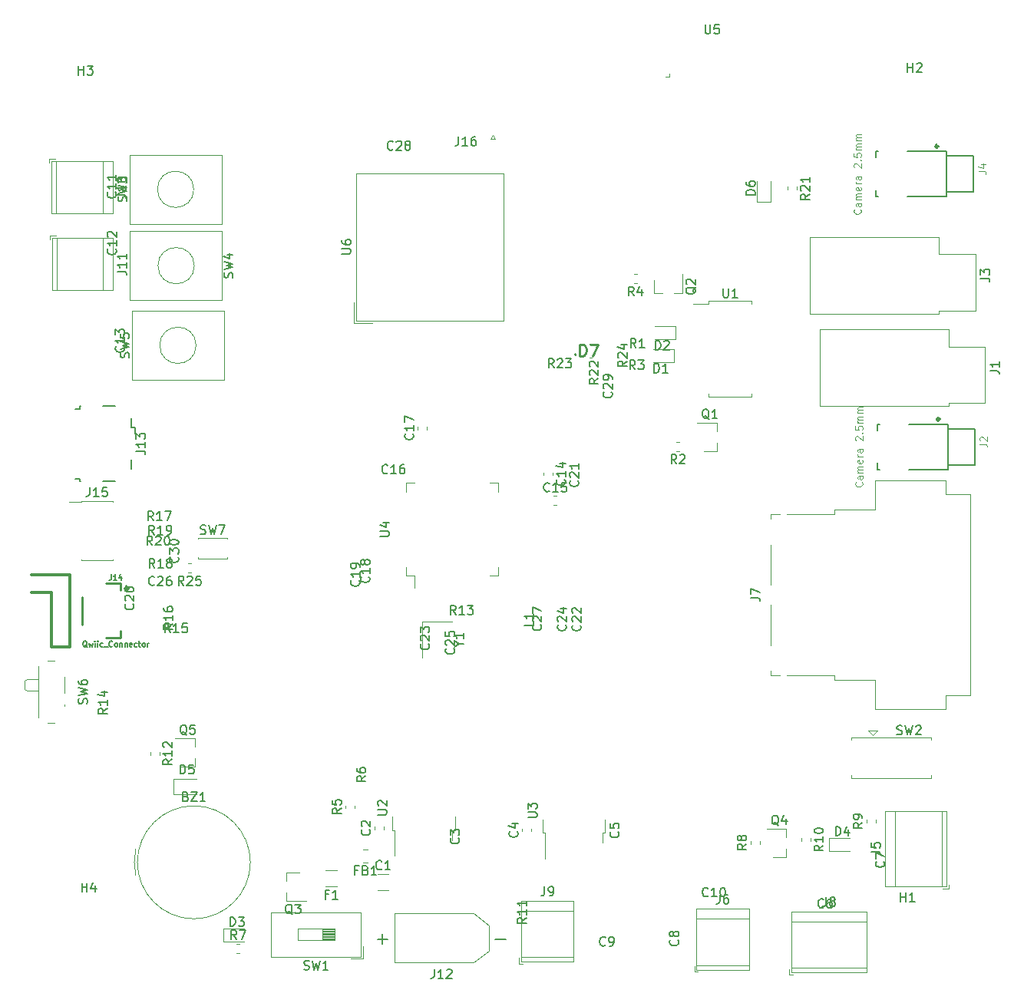
<source format=gbr>
G04 #@! TF.GenerationSoftware,KiCad,Pcbnew,(5.1.4)-1*
G04 #@! TF.CreationDate,2020-12-23T09:12:06-05:00*
G04 #@! TF.ProjectId,CameraTriggerR3SMD,43616d65-7261-4547-9269-676765725233,rev?*
G04 #@! TF.SameCoordinates,Original*
G04 #@! TF.FileFunction,Legend,Top*
G04 #@! TF.FilePolarity,Positive*
%FSLAX46Y46*%
G04 Gerber Fmt 4.6, Leading zero omitted, Abs format (unit mm)*
G04 Created by KiCad (PCBNEW (5.1.4)-1) date 2020-12-23 09:12:06*
%MOMM*%
%LPD*%
G04 APERTURE LIST*
%ADD10C,0.100000*%
%ADD11C,0.200000*%
%ADD12C,0.120000*%
%ADD13C,0.127000*%
%ADD14C,0.300000*%
%ADD15C,0.150000*%
%ADD16C,0.398780*%
%ADD17C,0.304800*%
%ADD18C,0.254000*%
%ADD19C,0.050000*%
G04 APERTURE END LIST*
D10*
X60627120Y-29842560D02*
X60927120Y-29842560D01*
X60627120Y-31442560D02*
X60927120Y-31442560D01*
D11*
X59077120Y-30942560D02*
X59077120Y-30942560D01*
X59077120Y-31142560D02*
X59077120Y-31142560D01*
X59077120Y-31142560D02*
G75*
G02X59077120Y-30942560I0J100000D01*
G01*
X59077120Y-30942560D02*
G75*
G02X59077120Y-31142560I0J-100000D01*
G01*
D12*
X17455400Y-53455760D02*
X17455400Y-53555760D01*
X20695400Y-53455760D02*
X20695400Y-53555760D01*
X17455400Y-53555760D02*
X20695400Y-53555760D01*
X17455400Y-51315760D02*
X17455400Y-51415760D01*
X20695400Y-51315760D02*
X20695400Y-51415760D01*
X17455400Y-51315760D02*
X20695400Y-51315760D01*
X16693099Y-54130480D02*
X16367541Y-54130480D01*
X16693099Y-55150480D02*
X16367541Y-55150480D01*
D13*
X103012680Y-9135360D02*
X100012680Y-9135360D01*
X103012680Y-13135360D02*
X103012680Y-9135360D01*
X100012680Y-13135360D02*
X103012680Y-13135360D01*
X92212680Y-8635360D02*
X92512680Y-8635360D01*
X92212680Y-9335360D02*
X92212680Y-8635360D01*
X92212680Y-13635360D02*
X92512680Y-13635360D01*
X92212680Y-12935360D02*
X92212680Y-13635360D01*
X100012680Y-13135360D02*
X100012680Y-13635360D01*
X100012680Y-9135360D02*
X100012680Y-13135360D01*
X100012680Y-8635360D02*
X100012680Y-9135360D01*
D14*
X99086280Y-8090960D02*
G75*
G03X99086280Y-8090960I-150000J0D01*
G01*
D13*
X95712680Y-8635360D02*
X100012680Y-8635360D01*
X100012680Y-13635360D02*
X95712680Y-13635360D01*
D12*
X99191280Y-20005000D02*
X103191280Y-20005000D01*
X99191280Y-18105000D02*
X99191280Y-20005000D01*
X84951280Y-18105000D02*
X99191280Y-18105000D01*
X84951280Y-26545000D02*
X84951280Y-18105000D01*
X99191280Y-26545000D02*
X84951280Y-26545000D01*
X99191280Y-26245000D02*
X99191280Y-26545000D01*
X103191280Y-26245000D02*
X99191280Y-26245000D01*
X103191280Y-20005000D02*
X103191280Y-26245000D01*
X27205400Y-88198840D02*
X28665400Y-88198840D01*
X27205400Y-91358840D02*
X29365400Y-91358840D01*
X27205400Y-91358840D02*
X27205400Y-90428840D01*
X27205400Y-88198840D02*
X27205400Y-89128840D01*
X82508280Y-12567341D02*
X82508280Y-12892899D01*
X83528280Y-12567341D02*
X83528280Y-12892899D01*
X80612920Y-14190080D02*
X80612920Y-11905080D01*
X79142920Y-14190080D02*
X80612920Y-14190080D01*
X79142920Y-11905080D02*
X79142920Y-14190080D01*
X92219240Y-82717859D02*
X92219240Y-82392301D01*
X91199240Y-82717859D02*
X91199240Y-82392301D01*
X21716781Y-97080800D02*
X22042339Y-97080800D01*
X21716781Y-96060800D02*
X22042339Y-96060800D01*
X34744120Y-81137979D02*
X34744120Y-80812421D01*
X33724120Y-81137979D02*
X33724120Y-80812421D01*
X36189418Y-85665240D02*
X35672262Y-85665240D01*
X36189418Y-87085240D02*
X35672262Y-87085240D01*
X32763544Y-87959520D02*
X31559416Y-87959520D01*
X32763544Y-89779520D02*
X31559416Y-89779520D01*
X20261080Y-95841600D02*
X22546080Y-95841600D01*
X20261080Y-94371600D02*
X20261080Y-95841600D01*
X22546080Y-94371600D02*
X20261080Y-94371600D01*
X54246240Y-83683159D02*
X54246240Y-83357601D01*
X53226240Y-83683159D02*
X53226240Y-83357601D01*
X37944520Y-83474779D02*
X37944520Y-83149221D01*
X36924520Y-83474779D02*
X36924520Y-83149221D01*
X37279496Y-90180840D02*
X38483624Y-90180840D01*
X37279496Y-88360840D02*
X38483624Y-88360840D01*
X84031360Y-84414141D02*
X84031360Y-84739699D01*
X85051360Y-84414141D02*
X85051360Y-84739699D01*
X79437960Y-85064819D02*
X79437960Y-84739261D01*
X78417960Y-85064819D02*
X78417960Y-84739261D01*
X82349880Y-86543000D02*
X80889880Y-86543000D01*
X82349880Y-83383000D02*
X80189880Y-83383000D01*
X82349880Y-83383000D02*
X82349880Y-84313000D01*
X82349880Y-86543000D02*
X82349880Y-85613000D01*
X87039080Y-85865640D02*
X89324080Y-85865640D01*
X87039080Y-84395640D02*
X87039080Y-85865640D01*
X89324080Y-84395640D02*
X87039080Y-84395640D01*
X62072440Y-83846520D02*
X62072440Y-84946520D01*
X62342440Y-83846520D02*
X62072440Y-83846520D01*
X62342440Y-82346520D02*
X62342440Y-83846520D01*
X55712440Y-83846520D02*
X55712440Y-86676520D01*
X55442440Y-83846520D02*
X55712440Y-83846520D01*
X55442440Y-82346520D02*
X55442440Y-83846520D01*
X31156667Y-95707200D02*
X31156667Y-94437200D01*
X32510000Y-94507200D02*
X31156667Y-94507200D01*
X32510000Y-94627200D02*
X31156667Y-94627200D01*
X32510000Y-94747200D02*
X31156667Y-94747200D01*
X32510000Y-94867200D02*
X31156667Y-94867200D01*
X32510000Y-94987200D02*
X31156667Y-94987200D01*
X32510000Y-95107200D02*
X31156667Y-95107200D01*
X32510000Y-95227200D02*
X31156667Y-95227200D01*
X32510000Y-95347200D02*
X31156667Y-95347200D01*
X32510000Y-95467200D02*
X31156667Y-95467200D01*
X32510000Y-95587200D02*
X31156667Y-95587200D01*
X28450000Y-95707200D02*
X32510000Y-95707200D01*
X28450000Y-94437200D02*
X28450000Y-95707200D01*
X32510000Y-94437200D02*
X28450000Y-94437200D01*
X32510000Y-95707200D02*
X32510000Y-94437200D01*
X35670000Y-97732200D02*
X35670000Y-96349200D01*
X35670000Y-97732200D02*
X34286000Y-97732200D01*
X25530000Y-97492200D02*
X25530000Y-92652200D01*
X35430000Y-97492200D02*
X35430000Y-92652200D01*
X35430000Y-92652200D02*
X25530000Y-92652200D01*
X35430000Y-97492200D02*
X25530000Y-97492200D01*
X42185320Y-60509400D02*
X42185320Y-64509400D01*
X45485320Y-60509400D02*
X42185320Y-60509400D01*
X45522800Y-83547360D02*
X45522800Y-84647360D01*
X45792800Y-83547360D02*
X45522800Y-83547360D01*
X45792800Y-82047360D02*
X45792800Y-83547360D01*
X39162800Y-83547360D02*
X39162800Y-86377360D01*
X38892800Y-83547360D02*
X39162800Y-83547360D01*
X38892800Y-82047360D02*
X38892800Y-83547360D01*
D10*
X69457840Y-416120D02*
X69457840Y-116120D01*
X69057840Y-416120D02*
X69457840Y-416120D01*
D12*
X41336480Y-55462960D02*
X41336480Y-56802960D01*
X40386480Y-55462960D02*
X41336480Y-55462960D01*
X40386480Y-54512960D02*
X40386480Y-55462960D01*
X40386480Y-45242960D02*
X41336480Y-45242960D01*
X40386480Y-46192960D02*
X40386480Y-45242960D01*
X50606480Y-55462960D02*
X49656480Y-55462960D01*
X50606480Y-54512960D02*
X50606480Y-55462960D01*
X50606480Y-45242960D02*
X49656480Y-45242960D01*
X50606480Y-46192960D02*
X50606480Y-45242960D01*
X34617200Y-27584200D02*
X34617200Y-25284200D01*
X36717200Y-27584200D02*
X34617200Y-27584200D01*
X51142200Y-27309200D02*
X34892200Y-27309200D01*
X51142200Y-11059200D02*
X51142200Y-27309200D01*
X34892200Y-11059200D02*
X51142200Y-11059200D01*
X34892200Y-27309200D02*
X34892200Y-11059200D01*
X73764200Y-25444120D02*
X72099200Y-25444120D01*
X73764200Y-25164120D02*
X73764200Y-25444120D01*
X76149200Y-25164120D02*
X73764200Y-25164120D01*
X78534200Y-25164120D02*
X78534200Y-25444120D01*
X76149200Y-25164120D02*
X78534200Y-25164120D01*
X73764200Y-35684120D02*
X73764200Y-35404120D01*
X76149200Y-35684120D02*
X73764200Y-35684120D01*
X78534200Y-35684120D02*
X78534200Y-35404120D01*
X76149200Y-35684120D02*
X78534200Y-35684120D01*
X880200Y-71715040D02*
X1670200Y-71715040D01*
X1670200Y-64815040D02*
X880200Y-64815040D01*
X2720200Y-66665040D02*
X2720200Y-68365040D01*
X-129800Y-65415040D02*
X-129800Y-71115040D01*
X-1419800Y-68165040D02*
X-129800Y-68165040D01*
X-1629800Y-67065040D02*
X-1629800Y-67965040D01*
X-129800Y-66865040D02*
X-1419800Y-66865040D01*
X-1419800Y-68165040D02*
X-1629800Y-67965040D01*
X-1419800Y-66865040D02*
X-1629800Y-67065040D01*
X2720200Y-69665040D02*
X2720200Y-69865040D01*
X17240000Y-30048200D02*
G75*
G03X17240000Y-30048200I-2000000J0D01*
G01*
X20320000Y-33858200D02*
X20320000Y-26238200D01*
X10160000Y-33858200D02*
X20320000Y-33858200D01*
X10160000Y-33858200D02*
X10160000Y-26238200D01*
X20320000Y-26238200D02*
X10160000Y-26238200D01*
X17046960Y-21259800D02*
G75*
G03X17046960Y-21259800I-2000000J0D01*
G01*
X9966960Y-17449800D02*
X9966960Y-25069800D01*
X20126960Y-17449800D02*
X9966960Y-17449800D01*
X20126960Y-17449800D02*
X20126960Y-25069800D01*
X9966960Y-25069800D02*
X20126960Y-25069800D01*
X16986000Y-12837160D02*
G75*
G03X16986000Y-12837160I-2000000J0D01*
G01*
X20066000Y-16647160D02*
X20066000Y-9027160D01*
X9906000Y-16647160D02*
X20066000Y-16647160D01*
X9906000Y-16647160D02*
X9906000Y-9027160D01*
X20066000Y-9027160D02*
X9906000Y-9027160D01*
X92387040Y-72574520D02*
X91387040Y-72574520D01*
X91887040Y-73074520D02*
X92387040Y-72574520D01*
X91387040Y-72574520D02*
X91887040Y-73074520D01*
X98297040Y-77794520D02*
X98297040Y-77484520D01*
X89477040Y-77794520D02*
X89477040Y-77484520D01*
X89477040Y-73584520D02*
X89477040Y-73274520D01*
X98297040Y-77794520D02*
X89477040Y-77794520D01*
X98297040Y-73274520D02*
X98297040Y-73584520D01*
X89477040Y-73274520D02*
X98297040Y-73274520D01*
X12210320Y-74914441D02*
X12210320Y-75239999D01*
X13230320Y-74914441D02*
X13230320Y-75239999D01*
X65863730Y-22184320D02*
X65538172Y-22184320D01*
X65863730Y-23204320D02*
X65538172Y-23204320D01*
X70561419Y-40709120D02*
X70235861Y-40709120D01*
X70561419Y-41729120D02*
X70235861Y-41729120D01*
X17086129Y-76563280D02*
X15626129Y-76563280D01*
X17086129Y-73403280D02*
X14926129Y-73403280D01*
X17086129Y-73403280D02*
X17086129Y-74333280D01*
X17086129Y-76563280D02*
X17086129Y-75633280D01*
X67756920Y-24300720D02*
X67756920Y-22840720D01*
X70916920Y-24300720D02*
X70916920Y-22140720D01*
X70916920Y-24300720D02*
X69986920Y-24300720D01*
X67756920Y-24300720D02*
X68686920Y-24300720D01*
X74684160Y-41727240D02*
X73224160Y-41727240D01*
X74684160Y-38567240D02*
X72524160Y-38567240D01*
X74684160Y-38567240D02*
X74684160Y-39497240D01*
X74684160Y-41727240D02*
X74684160Y-40797240D01*
D15*
X10086040Y-42699080D02*
X10086040Y-43699080D01*
X10086040Y-39099080D02*
X10086040Y-38099080D01*
X10511040Y-39099080D02*
X10086040Y-39099080D01*
X10511040Y-39824080D02*
X10511040Y-39099080D01*
X6936040Y-45049080D02*
X8336040Y-45049080D01*
X4386040Y-45049080D02*
X4536040Y-45049080D01*
X4386040Y-44749080D02*
X4386040Y-45049080D01*
X3936040Y-44749080D02*
X4386040Y-44749080D01*
X4386040Y-37049080D02*
X3936040Y-37049080D01*
X4386040Y-36749080D02*
X4386040Y-37049080D01*
X4536040Y-36749080D02*
X4386040Y-36749080D01*
X8336040Y-36749080D02*
X6936040Y-36749080D01*
D12*
X8085240Y-53680440D02*
X8085240Y-53745440D01*
X4555240Y-53680440D02*
X4555240Y-53745440D01*
X8085240Y-47275440D02*
X8085240Y-47340440D01*
X4555240Y-47275440D02*
X4555240Y-47340440D01*
X3230240Y-47340440D02*
X4555240Y-47340440D01*
X4555240Y-53745440D02*
X8085240Y-53745440D01*
X4555240Y-47275440D02*
X8085240Y-47275440D01*
D16*
X9725660Y-56840120D02*
G75*
G03X9725660Y-56840120I-139700J0D01*
G01*
D17*
X3286760Y-55341520D02*
X-873760Y-55341520D01*
X3286760Y-63337440D02*
X3286760Y-55341520D01*
X1287780Y-63337440D02*
X3286760Y-63337440D01*
X1287780Y-57340500D02*
X1287780Y-63337440D01*
X-873760Y-57340500D02*
X1287780Y-57340500D01*
D18*
X8938260Y-56339740D02*
X8938260Y-57091580D01*
X8938260Y-62339220D02*
X7287260Y-62339220D01*
X8938260Y-61587380D02*
X8938260Y-62339220D01*
X7287260Y-56339740D02*
X8938260Y-56339740D01*
X4686300Y-57840880D02*
X4686300Y-60838080D01*
D12*
X49527280Y-96858120D02*
X49527280Y-94038120D01*
X49527280Y-94038120D02*
X47827280Y-92738120D01*
X49527280Y-96858120D02*
X47827280Y-98158120D01*
X47827280Y-92738120D02*
X39107280Y-92738120D01*
X39107280Y-98158120D02*
X39107280Y-92738120D01*
X47827280Y-98158120D02*
X39107280Y-98158120D01*
X49997360Y-6816800D02*
X49747360Y-7316800D01*
X49747360Y-7316800D02*
X50247360Y-7316800D01*
X50247360Y-7316800D02*
X49997360Y-6816800D01*
X1119480Y-17952000D02*
X1119480Y-18352000D01*
X1759480Y-17952000D02*
X1119480Y-17952000D01*
X8099480Y-23972000D02*
X1359480Y-23972000D01*
X8099480Y-18192000D02*
X1359480Y-18192000D01*
X1359480Y-18192000D02*
X1359480Y-23972000D01*
X8099480Y-18192000D02*
X8099480Y-23972000D01*
X6979480Y-18192000D02*
X6979480Y-23972000D01*
X1879480Y-18192000D02*
X1879480Y-23972000D01*
X1078840Y-9493800D02*
X1078840Y-9893800D01*
X1718840Y-9493800D02*
X1078840Y-9493800D01*
X8058840Y-15513800D02*
X1318840Y-15513800D01*
X8058840Y-9733800D02*
X1318840Y-9733800D01*
X1318840Y-9733800D02*
X1318840Y-15513800D01*
X8058840Y-9733800D02*
X8058840Y-15513800D01*
X6938840Y-9733800D02*
X6938840Y-15513800D01*
X1838840Y-9733800D02*
X1838840Y-15513800D01*
X52887160Y-98291040D02*
X53287160Y-98291040D01*
X52887160Y-97651040D02*
X52887160Y-98291040D01*
X58907160Y-91311040D02*
X58907160Y-98051040D01*
X53127160Y-91311040D02*
X53127160Y-98051040D01*
X53127160Y-98051040D02*
X58907160Y-98051040D01*
X53127160Y-91311040D02*
X58907160Y-91311040D01*
X53127160Y-92431040D02*
X58907160Y-92431040D01*
X53127160Y-97531040D02*
X58907160Y-97531040D01*
X82650880Y-99489920D02*
X83050880Y-99489920D01*
X82650880Y-98849920D02*
X82650880Y-99489920D01*
X91210880Y-92509920D02*
X91210880Y-99249920D01*
X82890880Y-92509920D02*
X82890880Y-99249920D01*
X82890880Y-99249920D02*
X91210880Y-99249920D01*
X82890880Y-92509920D02*
X91210880Y-92509920D01*
X82890880Y-93629920D02*
X91210880Y-93629920D01*
X82890880Y-98729920D02*
X91210880Y-98729920D01*
X99906440Y-70191560D02*
X92166440Y-70191560D01*
X99906440Y-44951560D02*
X92166440Y-44951560D01*
X92166440Y-48201560D02*
X92166440Y-44951560D01*
X92166440Y-70191560D02*
X92166440Y-66941560D01*
X99906440Y-46451560D02*
X102606440Y-46451560D01*
X99906440Y-68691560D02*
X102606440Y-68691560D01*
X99906440Y-68691560D02*
X99906440Y-70191560D01*
X99906440Y-44951560D02*
X99906440Y-46451560D01*
X102606440Y-46451560D02*
X102606440Y-68691560D01*
X80666440Y-58651560D02*
X80666440Y-63151560D01*
X80666440Y-48651560D02*
X81606440Y-48651560D01*
X87666440Y-48651560D02*
X82406440Y-48651560D01*
X92166440Y-66941560D02*
X87666440Y-66941560D01*
X87666440Y-66491560D02*
X87666440Y-66941560D01*
X80666440Y-52051560D02*
X80666440Y-56451560D01*
X80666440Y-66491560D02*
X81606440Y-66491560D01*
X92166440Y-48201560D02*
X87666440Y-48201560D01*
X87666440Y-48651560D02*
X87666440Y-48201560D01*
X87666440Y-66491560D02*
X82406440Y-66491560D01*
X80666440Y-48651560D02*
X80666440Y-49151560D01*
X80666440Y-66491560D02*
X80666440Y-65951560D01*
X72201320Y-99180040D02*
X72601320Y-99180040D01*
X72201320Y-98540040D02*
X72201320Y-99180040D01*
X78221320Y-92200040D02*
X78221320Y-98940040D01*
X72441320Y-92200040D02*
X72441320Y-98940040D01*
X72441320Y-98940040D02*
X78221320Y-98940040D01*
X72441320Y-92200040D02*
X78221320Y-92200040D01*
X72441320Y-93320040D02*
X78221320Y-93320040D01*
X72441320Y-98420040D02*
X78221320Y-98420040D01*
X100241760Y-89967520D02*
X100241760Y-89567520D01*
X99601760Y-89967520D02*
X100241760Y-89967520D01*
X93261760Y-81407520D02*
X100001760Y-81407520D01*
X93261760Y-89727520D02*
X100001760Y-89727520D01*
X100001760Y-89727520D02*
X100001760Y-81407520D01*
X93261760Y-89727520D02*
X93261760Y-81407520D01*
X94381760Y-89727520D02*
X94381760Y-81407520D01*
X99481760Y-89727520D02*
X99481760Y-81407520D01*
D13*
X103170160Y-39239440D02*
X100170160Y-39239440D01*
X103170160Y-43239440D02*
X103170160Y-39239440D01*
X100170160Y-43239440D02*
X103170160Y-43239440D01*
X92370160Y-38739440D02*
X92670160Y-38739440D01*
X92370160Y-39439440D02*
X92370160Y-38739440D01*
X92370160Y-43739440D02*
X92670160Y-43739440D01*
X92370160Y-43039440D02*
X92370160Y-43739440D01*
X100170160Y-43239440D02*
X100170160Y-43739440D01*
X100170160Y-39239440D02*
X100170160Y-43239440D01*
X100170160Y-38739440D02*
X100170160Y-39239440D01*
D14*
X99243760Y-38195040D02*
G75*
G03X99243760Y-38195040I-150000J0D01*
G01*
D13*
X95870160Y-38739440D02*
X100170160Y-38739440D01*
X100170160Y-43739440D02*
X95870160Y-43739440D01*
D12*
X100258080Y-30190400D02*
X104258080Y-30190400D01*
X100258080Y-28290400D02*
X100258080Y-30190400D01*
X86018080Y-28290400D02*
X100258080Y-28290400D01*
X86018080Y-36730400D02*
X86018080Y-28290400D01*
X100258080Y-36730400D02*
X86018080Y-36730400D01*
X100258080Y-36430400D02*
X100258080Y-36730400D01*
X104258080Y-36430400D02*
X100258080Y-36430400D01*
X104258080Y-30190400D02*
X104258080Y-36430400D01*
X14726129Y-77883280D02*
X17276129Y-77883280D01*
X14726129Y-79583280D02*
X17276129Y-79583280D01*
X14726129Y-77883280D02*
X14726129Y-79583280D01*
X70131040Y-27906040D02*
X67846040Y-27906040D01*
X70131040Y-29376040D02*
X70131040Y-27906040D01*
X67846040Y-29376040D02*
X70131040Y-29376040D01*
X69993880Y-30440960D02*
X67708880Y-30440960D01*
X69993880Y-31910960D02*
X69993880Y-30440960D01*
X67708880Y-31910960D02*
X69993880Y-31910960D01*
X42734960Y-39339739D02*
X42734960Y-39014181D01*
X41714960Y-39339739D02*
X41714960Y-39014181D01*
X55588440Y-44073861D02*
X55588440Y-44399419D01*
X56608440Y-44073861D02*
X56608440Y-44399419D01*
X56697661Y-47698120D02*
X57023219Y-47698120D01*
X56697661Y-46678120D02*
X57023219Y-46678120D01*
X10603400Y-88586439D02*
G75*
G02X10603400Y-85586440I6400000J1499999D01*
G01*
X23233400Y-87086440D02*
G75*
G03X23233400Y-87086440I-6230000J0D01*
G01*
D15*
X56715422Y-32524020D02*
X56382089Y-32047830D01*
X56143994Y-32524020D02*
X56143994Y-31524020D01*
X56524946Y-31524020D01*
X56620184Y-31571640D01*
X56667803Y-31619259D01*
X56715422Y-31714497D01*
X56715422Y-31857354D01*
X56667803Y-31952592D01*
X56620184Y-32000211D01*
X56524946Y-32047830D01*
X56143994Y-32047830D01*
X57096375Y-31619259D02*
X57143994Y-31571640D01*
X57239232Y-31524020D01*
X57477327Y-31524020D01*
X57572565Y-31571640D01*
X57620184Y-31619259D01*
X57667803Y-31714497D01*
X57667803Y-31809735D01*
X57620184Y-31952592D01*
X57048756Y-32524020D01*
X57667803Y-32524020D01*
X58001137Y-31524020D02*
X58620184Y-31524020D01*
X58286851Y-31904973D01*
X58429708Y-31904973D01*
X58524946Y-31952592D01*
X58572565Y-32000211D01*
X58620184Y-32095449D01*
X58620184Y-32333544D01*
X58572565Y-32428782D01*
X58524946Y-32476401D01*
X58429708Y-32524020D01*
X58143994Y-32524020D01*
X58048756Y-32476401D01*
X58001137Y-32428782D01*
D18*
X59539739Y-31217083D02*
X59539739Y-29947083D01*
X59842120Y-29947083D01*
X60023548Y-30007560D01*
X60144500Y-30128512D01*
X60204977Y-30249464D01*
X60265453Y-30491369D01*
X60265453Y-30672798D01*
X60204977Y-30914702D01*
X60144500Y-31035655D01*
X60023548Y-31156607D01*
X59842120Y-31217083D01*
X59539739Y-31217083D01*
X60688786Y-29947083D02*
X61535453Y-29947083D01*
X60991167Y-31217083D01*
D15*
X17742066Y-50840521D02*
X17884923Y-50888140D01*
X18123019Y-50888140D01*
X18218257Y-50840521D01*
X18265876Y-50792902D01*
X18313495Y-50697664D01*
X18313495Y-50602426D01*
X18265876Y-50507188D01*
X18218257Y-50459569D01*
X18123019Y-50411950D01*
X17932542Y-50364331D01*
X17837304Y-50316712D01*
X17789685Y-50269093D01*
X17742066Y-50173855D01*
X17742066Y-50078617D01*
X17789685Y-49983379D01*
X17837304Y-49935760D01*
X17932542Y-49888140D01*
X18170638Y-49888140D01*
X18313495Y-49935760D01*
X18646828Y-49888140D02*
X18884923Y-50888140D01*
X19075400Y-50173855D01*
X19265876Y-50888140D01*
X19503971Y-49888140D01*
X19789685Y-49888140D02*
X20456352Y-49888140D01*
X20027780Y-50888140D01*
X15887462Y-56522860D02*
X15554129Y-56046670D01*
X15316034Y-56522860D02*
X15316034Y-55522860D01*
X15696986Y-55522860D01*
X15792224Y-55570480D01*
X15839843Y-55618099D01*
X15887462Y-55713337D01*
X15887462Y-55856194D01*
X15839843Y-55951432D01*
X15792224Y-55999051D01*
X15696986Y-56046670D01*
X15316034Y-56046670D01*
X16268415Y-55618099D02*
X16316034Y-55570480D01*
X16411272Y-55522860D01*
X16649367Y-55522860D01*
X16744605Y-55570480D01*
X16792224Y-55618099D01*
X16839843Y-55713337D01*
X16839843Y-55808575D01*
X16792224Y-55951432D01*
X16220796Y-56522860D01*
X16839843Y-56522860D01*
X17744605Y-55522860D02*
X17268415Y-55522860D01*
X17220796Y-55999051D01*
X17268415Y-55951432D01*
X17363653Y-55903813D01*
X17601748Y-55903813D01*
X17696986Y-55951432D01*
X17744605Y-55999051D01*
X17792224Y-56094289D01*
X17792224Y-56332384D01*
X17744605Y-56427622D01*
X17696986Y-56475241D01*
X17601748Y-56522860D01*
X17363653Y-56522860D01*
X17268415Y-56475241D01*
X17220796Y-56427622D01*
X64766780Y-31798497D02*
X64290590Y-32131830D01*
X64766780Y-32369925D02*
X63766780Y-32369925D01*
X63766780Y-31988973D01*
X63814400Y-31893735D01*
X63862019Y-31846116D01*
X63957257Y-31798497D01*
X64100114Y-31798497D01*
X64195352Y-31846116D01*
X64242971Y-31893735D01*
X64290590Y-31988973D01*
X64290590Y-32369925D01*
X63862019Y-31417544D02*
X63814400Y-31369925D01*
X63766780Y-31274687D01*
X63766780Y-31036592D01*
X63814400Y-30941354D01*
X63862019Y-30893735D01*
X63957257Y-30846116D01*
X64052495Y-30846116D01*
X64195352Y-30893735D01*
X64766780Y-31465163D01*
X64766780Y-30846116D01*
X64100114Y-29988973D02*
X64766780Y-29988973D01*
X63719161Y-30227068D02*
X64433447Y-30465163D01*
X64433447Y-29846116D01*
X61601940Y-33718737D02*
X61125750Y-34052070D01*
X61601940Y-34290165D02*
X60601940Y-34290165D01*
X60601940Y-33909213D01*
X60649560Y-33813975D01*
X60697179Y-33766356D01*
X60792417Y-33718737D01*
X60935274Y-33718737D01*
X61030512Y-33766356D01*
X61078131Y-33813975D01*
X61125750Y-33909213D01*
X61125750Y-34290165D01*
X60697179Y-33337784D02*
X60649560Y-33290165D01*
X60601940Y-33194927D01*
X60601940Y-32956832D01*
X60649560Y-32861594D01*
X60697179Y-32813975D01*
X60792417Y-32766356D01*
X60887655Y-32766356D01*
X61030512Y-32813975D01*
X61601940Y-33385403D01*
X61601940Y-32766356D01*
X60697179Y-32385403D02*
X60649560Y-32337784D01*
X60601940Y-32242546D01*
X60601940Y-32004451D01*
X60649560Y-31909213D01*
X60697179Y-31861594D01*
X60792417Y-31813975D01*
X60887655Y-31813975D01*
X61030512Y-31861594D01*
X61601940Y-32433022D01*
X61601940Y-31813975D01*
X15224702Y-53378337D02*
X15272321Y-53425956D01*
X15319940Y-53568813D01*
X15319940Y-53664051D01*
X15272321Y-53806908D01*
X15177083Y-53902146D01*
X15081845Y-53949765D01*
X14891369Y-53997384D01*
X14748512Y-53997384D01*
X14558036Y-53949765D01*
X14462798Y-53902146D01*
X14367560Y-53806908D01*
X14319940Y-53664051D01*
X14319940Y-53568813D01*
X14367560Y-53425956D01*
X14415179Y-53378337D01*
X14319940Y-53045003D02*
X14319940Y-52425956D01*
X14700893Y-52759289D01*
X14700893Y-52616432D01*
X14748512Y-52521194D01*
X14796131Y-52473575D01*
X14891369Y-52425956D01*
X15129464Y-52425956D01*
X15224702Y-52473575D01*
X15272321Y-52521194D01*
X15319940Y-52616432D01*
X15319940Y-52902146D01*
X15272321Y-52997384D01*
X15224702Y-53045003D01*
X14319940Y-51806908D02*
X14319940Y-51711670D01*
X14367560Y-51616432D01*
X14415179Y-51568813D01*
X14510417Y-51521194D01*
X14700893Y-51473575D01*
X14938988Y-51473575D01*
X15129464Y-51521194D01*
X15224702Y-51568813D01*
X15272321Y-51616432D01*
X15319940Y-51711670D01*
X15319940Y-51806908D01*
X15272321Y-51902146D01*
X15224702Y-51949765D01*
X15129464Y-51997384D01*
X14938988Y-52045003D01*
X14700893Y-52045003D01*
X14510417Y-51997384D01*
X14415179Y-51949765D01*
X14367560Y-51902146D01*
X14319940Y-51806908D01*
X63045942Y-35207177D02*
X63093561Y-35254796D01*
X63141180Y-35397653D01*
X63141180Y-35492891D01*
X63093561Y-35635748D01*
X62998323Y-35730986D01*
X62903085Y-35778605D01*
X62712609Y-35826224D01*
X62569752Y-35826224D01*
X62379276Y-35778605D01*
X62284038Y-35730986D01*
X62188800Y-35635748D01*
X62141180Y-35492891D01*
X62141180Y-35397653D01*
X62188800Y-35254796D01*
X62236419Y-35207177D01*
X62236419Y-34826224D02*
X62188800Y-34778605D01*
X62141180Y-34683367D01*
X62141180Y-34445272D01*
X62188800Y-34350034D01*
X62236419Y-34302415D01*
X62331657Y-34254796D01*
X62426895Y-34254796D01*
X62569752Y-34302415D01*
X63141180Y-34873843D01*
X63141180Y-34254796D01*
X63141180Y-33778605D02*
X63141180Y-33588129D01*
X63093561Y-33492891D01*
X63045942Y-33445272D01*
X62903085Y-33350034D01*
X62712609Y-33302415D01*
X62331657Y-33302415D01*
X62236419Y-33350034D01*
X62188800Y-33397653D01*
X62141180Y-33492891D01*
X62141180Y-33683367D01*
X62188800Y-33778605D01*
X62236419Y-33826224D01*
X62331657Y-33873843D01*
X62569752Y-33873843D01*
X62664990Y-33826224D01*
X62712609Y-33778605D01*
X62760228Y-33683367D01*
X62760228Y-33492891D01*
X62712609Y-33397653D01*
X62664990Y-33350034D01*
X62569752Y-33302415D01*
X38955742Y-8415622D02*
X38908123Y-8463241D01*
X38765266Y-8510860D01*
X38670028Y-8510860D01*
X38527171Y-8463241D01*
X38431933Y-8368003D01*
X38384314Y-8272765D01*
X38336695Y-8082289D01*
X38336695Y-7939432D01*
X38384314Y-7748956D01*
X38431933Y-7653718D01*
X38527171Y-7558480D01*
X38670028Y-7510860D01*
X38765266Y-7510860D01*
X38908123Y-7558480D01*
X38955742Y-7606099D01*
X39336695Y-7606099D02*
X39384314Y-7558480D01*
X39479552Y-7510860D01*
X39717647Y-7510860D01*
X39812885Y-7558480D01*
X39860504Y-7606099D01*
X39908123Y-7701337D01*
X39908123Y-7796575D01*
X39860504Y-7939432D01*
X39289076Y-8510860D01*
X39908123Y-8510860D01*
X40479552Y-7939432D02*
X40384314Y-7891813D01*
X40336695Y-7844194D01*
X40289076Y-7748956D01*
X40289076Y-7701337D01*
X40336695Y-7606099D01*
X40384314Y-7558480D01*
X40479552Y-7510860D01*
X40670028Y-7510860D01*
X40765266Y-7558480D01*
X40812885Y-7606099D01*
X40860504Y-7701337D01*
X40860504Y-7748956D01*
X40812885Y-7844194D01*
X40765266Y-7891813D01*
X40670028Y-7939432D01*
X40479552Y-7939432D01*
X40384314Y-7987051D01*
X40336695Y-8034670D01*
X40289076Y-8129908D01*
X40289076Y-8320384D01*
X40336695Y-8415622D01*
X40384314Y-8463241D01*
X40479552Y-8510860D01*
X40670028Y-8510860D01*
X40765266Y-8463241D01*
X40812885Y-8415622D01*
X40860504Y-8320384D01*
X40860504Y-8129908D01*
X40812885Y-8034670D01*
X40765266Y-7987051D01*
X40670028Y-7939432D01*
D19*
X103535874Y-10829736D02*
X104108203Y-10829736D01*
X104222669Y-10867891D01*
X104298979Y-10944202D01*
X104337134Y-11058668D01*
X104337134Y-11134978D01*
X103802961Y-10104787D02*
X104337134Y-10104787D01*
X103497719Y-10295563D02*
X104070048Y-10486339D01*
X104070048Y-9990321D01*
X90510533Y-15047660D02*
X90548643Y-15085770D01*
X90586753Y-15200099D01*
X90586753Y-15276319D01*
X90548643Y-15390649D01*
X90472424Y-15466868D01*
X90396204Y-15504978D01*
X90243764Y-15543088D01*
X90129435Y-15543088D01*
X89976995Y-15504978D01*
X89900776Y-15466868D01*
X89824556Y-15390649D01*
X89786446Y-15276319D01*
X89786446Y-15200099D01*
X89824556Y-15085770D01*
X89862666Y-15047660D01*
X90586753Y-14361682D02*
X90167545Y-14361682D01*
X90091325Y-14399792D01*
X90053215Y-14476012D01*
X90053215Y-14628451D01*
X90091325Y-14704671D01*
X90548643Y-14361682D02*
X90586753Y-14437902D01*
X90586753Y-14628451D01*
X90548643Y-14704671D01*
X90472424Y-14742781D01*
X90396204Y-14742781D01*
X90319984Y-14704671D01*
X90281874Y-14628451D01*
X90281874Y-14437902D01*
X90243764Y-14361682D01*
X90586753Y-13980584D02*
X90053215Y-13980584D01*
X90129435Y-13980584D02*
X90091325Y-13942474D01*
X90053215Y-13866254D01*
X90053215Y-13751925D01*
X90091325Y-13675705D01*
X90167545Y-13637595D01*
X90586753Y-13637595D01*
X90167545Y-13637595D02*
X90091325Y-13599485D01*
X90053215Y-13523266D01*
X90053215Y-13408936D01*
X90091325Y-13332716D01*
X90167545Y-13294606D01*
X90586753Y-13294606D01*
X90548643Y-12608629D02*
X90586753Y-12684849D01*
X90586753Y-12837288D01*
X90548643Y-12913508D01*
X90472424Y-12951618D01*
X90167545Y-12951618D01*
X90091325Y-12913508D01*
X90053215Y-12837288D01*
X90053215Y-12684849D01*
X90091325Y-12608629D01*
X90167545Y-12570519D01*
X90243764Y-12570519D01*
X90319984Y-12951618D01*
X90586753Y-12227530D02*
X90053215Y-12227530D01*
X90205655Y-12227530D02*
X90129435Y-12189421D01*
X90091325Y-12151311D01*
X90053215Y-12075091D01*
X90053215Y-11998871D01*
X90586753Y-11389114D02*
X90167545Y-11389114D01*
X90091325Y-11427223D01*
X90053215Y-11503443D01*
X90053215Y-11655883D01*
X90091325Y-11732102D01*
X90548643Y-11389114D02*
X90586753Y-11465333D01*
X90586753Y-11655883D01*
X90548643Y-11732102D01*
X90472424Y-11770212D01*
X90396204Y-11770212D01*
X90319984Y-11732102D01*
X90281874Y-11655883D01*
X90281874Y-11465333D01*
X90243764Y-11389114D01*
X89862666Y-10436367D02*
X89824556Y-10398257D01*
X89786446Y-10322038D01*
X89786446Y-10131488D01*
X89824556Y-10055269D01*
X89862666Y-10017159D01*
X89938886Y-9979049D01*
X90015105Y-9979049D01*
X90129435Y-10017159D01*
X90586753Y-10474477D01*
X90586753Y-9979049D01*
X90510533Y-9636060D02*
X90548643Y-9597950D01*
X90586753Y-9636060D01*
X90548643Y-9674170D01*
X90510533Y-9636060D01*
X90586753Y-9636060D01*
X89786446Y-8873863D02*
X89786446Y-9254962D01*
X90167545Y-9293071D01*
X90129435Y-9254962D01*
X90091325Y-9178742D01*
X90091325Y-8988193D01*
X90129435Y-8911973D01*
X90167545Y-8873863D01*
X90243764Y-8835753D01*
X90434314Y-8835753D01*
X90510533Y-8873863D01*
X90548643Y-8911973D01*
X90586753Y-8988193D01*
X90586753Y-9178742D01*
X90548643Y-9254962D01*
X90510533Y-9293071D01*
X90586753Y-8492764D02*
X90053215Y-8492764D01*
X90129435Y-8492764D02*
X90091325Y-8454655D01*
X90053215Y-8378435D01*
X90053215Y-8264105D01*
X90091325Y-8187886D01*
X90167545Y-8149776D01*
X90586753Y-8149776D01*
X90167545Y-8149776D02*
X90091325Y-8111666D01*
X90053215Y-8035446D01*
X90053215Y-7921117D01*
X90091325Y-7844897D01*
X90167545Y-7806787D01*
X90586753Y-7806787D01*
X90586753Y-7425688D02*
X90053215Y-7425688D01*
X90129435Y-7425688D02*
X90091325Y-7387579D01*
X90053215Y-7311359D01*
X90053215Y-7197029D01*
X90091325Y-7120810D01*
X90167545Y-7082700D01*
X90586753Y-7082700D01*
X90167545Y-7082700D02*
X90091325Y-7044590D01*
X90053215Y-6968370D01*
X90053215Y-6854041D01*
X90091325Y-6777821D01*
X90167545Y-6739711D01*
X90586753Y-6739711D01*
D15*
X103773660Y-22658333D02*
X104487946Y-22658333D01*
X104630803Y-22705952D01*
X104726041Y-22801190D01*
X104773660Y-22944047D01*
X104773660Y-23039285D01*
X103773660Y-22277380D02*
X103773660Y-21658333D01*
X104154613Y-21991666D01*
X104154613Y-21848809D01*
X104202232Y-21753571D01*
X104249851Y-21705952D01*
X104345089Y-21658333D01*
X104583184Y-21658333D01*
X104678422Y-21705952D01*
X104726041Y-21753571D01*
X104773660Y-21848809D01*
X104773660Y-22134523D01*
X104726041Y-22229761D01*
X104678422Y-22277380D01*
X14378702Y-61722260D02*
X14045369Y-61246070D01*
X13807274Y-61722260D02*
X13807274Y-60722260D01*
X14188226Y-60722260D01*
X14283464Y-60769880D01*
X14331083Y-60817499D01*
X14378702Y-60912737D01*
X14378702Y-61055594D01*
X14331083Y-61150832D01*
X14283464Y-61198451D01*
X14188226Y-61246070D01*
X13807274Y-61246070D01*
X15331083Y-61722260D02*
X14759655Y-61722260D01*
X15045369Y-61722260D02*
X15045369Y-60722260D01*
X14950131Y-60865118D01*
X14854893Y-60960356D01*
X14759655Y-61007975D01*
X16235845Y-60722260D02*
X15759655Y-60722260D01*
X15712036Y-61198451D01*
X15759655Y-61150832D01*
X15854893Y-61103213D01*
X16092988Y-61103213D01*
X16188226Y-61150832D01*
X16235845Y-61198451D01*
X16283464Y-61293689D01*
X16283464Y-61531784D01*
X16235845Y-61627022D01*
X16188226Y-61674641D01*
X16092988Y-61722260D01*
X15854893Y-61722260D01*
X15759655Y-61674641D01*
X15712036Y-61627022D01*
X54456260Y-60509306D02*
X54456260Y-60985497D01*
X53456260Y-60985497D01*
X54456260Y-59652163D02*
X54456260Y-60223592D01*
X54456260Y-59937878D02*
X53456260Y-59937878D01*
X53599118Y-60033116D01*
X53694356Y-60128354D01*
X53741975Y-60223592D01*
X27870161Y-92826459D02*
X27774923Y-92778840D01*
X27679685Y-92683601D01*
X27536828Y-92540744D01*
X27441590Y-92493125D01*
X27346352Y-92493125D01*
X27393971Y-92731220D02*
X27298733Y-92683601D01*
X27203495Y-92588363D01*
X27155876Y-92397887D01*
X27155876Y-92064554D01*
X27203495Y-91874078D01*
X27298733Y-91778840D01*
X27393971Y-91731220D01*
X27584447Y-91731220D01*
X27679685Y-91778840D01*
X27774923Y-91874078D01*
X27822542Y-92064554D01*
X27822542Y-92397887D01*
X27774923Y-92588363D01*
X27679685Y-92683601D01*
X27584447Y-92731220D01*
X27393971Y-92731220D01*
X28155876Y-91731220D02*
X28774923Y-91731220D01*
X28441590Y-92112173D01*
X28584447Y-92112173D01*
X28679685Y-92159792D01*
X28727304Y-92207411D01*
X28774923Y-92302649D01*
X28774923Y-92540744D01*
X28727304Y-92635982D01*
X28679685Y-92683601D01*
X28584447Y-92731220D01*
X28298733Y-92731220D01*
X28203495Y-92683601D01*
X28155876Y-92635982D01*
X84900660Y-13372977D02*
X84424470Y-13706310D01*
X84900660Y-13944405D02*
X83900660Y-13944405D01*
X83900660Y-13563453D01*
X83948280Y-13468215D01*
X83995899Y-13420596D01*
X84091137Y-13372977D01*
X84233994Y-13372977D01*
X84329232Y-13420596D01*
X84376851Y-13468215D01*
X84424470Y-13563453D01*
X84424470Y-13944405D01*
X83995899Y-12992024D02*
X83948280Y-12944405D01*
X83900660Y-12849167D01*
X83900660Y-12611072D01*
X83948280Y-12515834D01*
X83995899Y-12468215D01*
X84091137Y-12420596D01*
X84186375Y-12420596D01*
X84329232Y-12468215D01*
X84900660Y-13039643D01*
X84900660Y-12420596D01*
X84900660Y-11468215D02*
X84900660Y-12039643D01*
X84900660Y-11753929D02*
X83900660Y-11753929D01*
X84043518Y-11849167D01*
X84138756Y-11944405D01*
X84186375Y-12039643D01*
X78900300Y-13443175D02*
X77900300Y-13443175D01*
X77900300Y-13205080D01*
X77947920Y-13062222D01*
X78043158Y-12966984D01*
X78138396Y-12919365D01*
X78328872Y-12871746D01*
X78471729Y-12871746D01*
X78662205Y-12919365D01*
X78757443Y-12966984D01*
X78852681Y-13062222D01*
X78900300Y-13205080D01*
X78900300Y-13443175D01*
X77900300Y-12014603D02*
X77900300Y-12205080D01*
X77947920Y-12300318D01*
X77995539Y-12347937D01*
X78138396Y-12443175D01*
X78328872Y-12490794D01*
X78709824Y-12490794D01*
X78805062Y-12443175D01*
X78852681Y-12395556D01*
X78900300Y-12300318D01*
X78900300Y-12109841D01*
X78852681Y-12014603D01*
X78805062Y-11966984D01*
X78709824Y-11919365D01*
X78471729Y-11919365D01*
X78376491Y-11966984D01*
X78328872Y-12014603D01*
X78281253Y-12109841D01*
X78281253Y-12300318D01*
X78328872Y-12395556D01*
X78376491Y-12443175D01*
X78471729Y-12490794D01*
X55243062Y-60883897D02*
X55290681Y-60931516D01*
X55338300Y-61074373D01*
X55338300Y-61169611D01*
X55290681Y-61312468D01*
X55195443Y-61407706D01*
X55100205Y-61455325D01*
X54909729Y-61502944D01*
X54766872Y-61502944D01*
X54576396Y-61455325D01*
X54481158Y-61407706D01*
X54385920Y-61312468D01*
X54338300Y-61169611D01*
X54338300Y-61074373D01*
X54385920Y-60931516D01*
X54433539Y-60883897D01*
X54433539Y-60502944D02*
X54385920Y-60455325D01*
X54338300Y-60360087D01*
X54338300Y-60121992D01*
X54385920Y-60026754D01*
X54433539Y-59979135D01*
X54528777Y-59931516D01*
X54624015Y-59931516D01*
X54766872Y-59979135D01*
X55338300Y-60550563D01*
X55338300Y-59931516D01*
X54338300Y-59598182D02*
X54338300Y-58931516D01*
X55338300Y-59360087D01*
X8371782Y-19418537D02*
X8419401Y-19466156D01*
X8467020Y-19609013D01*
X8467020Y-19704251D01*
X8419401Y-19847108D01*
X8324163Y-19942346D01*
X8228925Y-19989965D01*
X8038449Y-20037584D01*
X7895592Y-20037584D01*
X7705116Y-19989965D01*
X7609878Y-19942346D01*
X7514640Y-19847108D01*
X7467020Y-19704251D01*
X7467020Y-19609013D01*
X7514640Y-19466156D01*
X7562259Y-19418537D01*
X8467020Y-18466156D02*
X8467020Y-19037584D01*
X8467020Y-18751870D02*
X7467020Y-18751870D01*
X7609878Y-18847108D01*
X7705116Y-18942346D01*
X7752735Y-19037584D01*
X7562259Y-18085203D02*
X7514640Y-18037584D01*
X7467020Y-17942346D01*
X7467020Y-17704251D01*
X7514640Y-17609013D01*
X7562259Y-17561394D01*
X7657497Y-17513775D01*
X7752735Y-17513775D01*
X7895592Y-17561394D01*
X8467020Y-18132822D01*
X8467020Y-17513775D01*
X53666980Y-93220777D02*
X53190790Y-93554110D01*
X53666980Y-93792205D02*
X52666980Y-93792205D01*
X52666980Y-93411253D01*
X52714600Y-93316015D01*
X52762219Y-93268396D01*
X52857457Y-93220777D01*
X53000314Y-93220777D01*
X53095552Y-93268396D01*
X53143171Y-93316015D01*
X53190790Y-93411253D01*
X53190790Y-93792205D01*
X53666980Y-92268396D02*
X53666980Y-92839824D01*
X53666980Y-92554110D02*
X52666980Y-92554110D01*
X52809838Y-92649348D01*
X52905076Y-92744586D01*
X52952695Y-92839824D01*
X53666980Y-91316015D02*
X53666980Y-91887443D01*
X53666980Y-91601729D02*
X52666980Y-91601729D01*
X52809838Y-91696967D01*
X52905076Y-91792205D01*
X52952695Y-91887443D01*
X90731620Y-82721746D02*
X90255430Y-83055080D01*
X90731620Y-83293175D02*
X89731620Y-83293175D01*
X89731620Y-82912222D01*
X89779240Y-82816984D01*
X89826859Y-82769365D01*
X89922097Y-82721746D01*
X90064954Y-82721746D01*
X90160192Y-82769365D01*
X90207811Y-82816984D01*
X90255430Y-82912222D01*
X90255430Y-83293175D01*
X90731620Y-82245556D02*
X90731620Y-82055080D01*
X90684001Y-81959841D01*
X90636382Y-81912222D01*
X90493525Y-81816984D01*
X90303049Y-81769365D01*
X89922097Y-81769365D01*
X89826859Y-81816984D01*
X89779240Y-81864603D01*
X89731620Y-81959841D01*
X89731620Y-82150318D01*
X89779240Y-82245556D01*
X89826859Y-82293175D01*
X89922097Y-82340794D01*
X90160192Y-82340794D01*
X90255430Y-82293175D01*
X90303049Y-82245556D01*
X90350668Y-82150318D01*
X90350668Y-81959841D01*
X90303049Y-81864603D01*
X90255430Y-81816984D01*
X90160192Y-81769365D01*
X73713102Y-90777662D02*
X73665483Y-90825281D01*
X73522626Y-90872900D01*
X73427388Y-90872900D01*
X73284531Y-90825281D01*
X73189293Y-90730043D01*
X73141674Y-90634805D01*
X73094055Y-90444329D01*
X73094055Y-90301472D01*
X73141674Y-90110996D01*
X73189293Y-90015758D01*
X73284531Y-89920520D01*
X73427388Y-89872900D01*
X73522626Y-89872900D01*
X73665483Y-89920520D01*
X73713102Y-89968139D01*
X74665483Y-90872900D02*
X74094055Y-90872900D01*
X74379769Y-90872900D02*
X74379769Y-89872900D01*
X74284531Y-90015758D01*
X74189293Y-90110996D01*
X74094055Y-90158615D01*
X75284531Y-89872900D02*
X75379769Y-89872900D01*
X75475007Y-89920520D01*
X75522626Y-89968139D01*
X75570245Y-90063377D01*
X75617864Y-90253853D01*
X75617864Y-90491948D01*
X75570245Y-90682424D01*
X75522626Y-90777662D01*
X75475007Y-90825281D01*
X75379769Y-90872900D01*
X75284531Y-90872900D01*
X75189293Y-90825281D01*
X75141674Y-90777662D01*
X75094055Y-90682424D01*
X75046436Y-90491948D01*
X75046436Y-90253853D01*
X75094055Y-90063377D01*
X75141674Y-89968139D01*
X75189293Y-89920520D01*
X75284531Y-89872900D01*
X62388453Y-96218342D02*
X62340834Y-96265961D01*
X62197977Y-96313580D01*
X62102739Y-96313580D01*
X61959881Y-96265961D01*
X61864643Y-96170723D01*
X61817024Y-96075485D01*
X61769405Y-95885009D01*
X61769405Y-95742152D01*
X61817024Y-95551676D01*
X61864643Y-95456438D01*
X61959881Y-95361200D01*
X62102739Y-95313580D01*
X62197977Y-95313580D01*
X62340834Y-95361200D01*
X62388453Y-95408819D01*
X62864643Y-96313580D02*
X63055120Y-96313580D01*
X63150358Y-96265961D01*
X63197977Y-96218342D01*
X63293215Y-96075485D01*
X63340834Y-95885009D01*
X63340834Y-95504057D01*
X63293215Y-95408819D01*
X63245596Y-95361200D01*
X63150358Y-95313580D01*
X62959881Y-95313580D01*
X62864643Y-95361200D01*
X62817024Y-95408819D01*
X62769405Y-95504057D01*
X62769405Y-95742152D01*
X62817024Y-95837390D01*
X62864643Y-95885009D01*
X62959881Y-95932628D01*
X63150358Y-95932628D01*
X63245596Y-95885009D01*
X63293215Y-95837390D01*
X63340834Y-95742152D01*
X93099222Y-87009266D02*
X93146841Y-87056885D01*
X93194460Y-87199742D01*
X93194460Y-87294980D01*
X93146841Y-87437838D01*
X93051603Y-87533076D01*
X92956365Y-87580695D01*
X92765889Y-87628314D01*
X92623032Y-87628314D01*
X92432556Y-87580695D01*
X92337318Y-87533076D01*
X92242080Y-87437838D01*
X92194460Y-87294980D01*
X92194460Y-87199742D01*
X92242080Y-87056885D01*
X92289699Y-87009266D01*
X92194460Y-86675933D02*
X92194460Y-86009266D01*
X93194460Y-86437838D01*
X86462573Y-92032422D02*
X86414954Y-92080041D01*
X86272097Y-92127660D01*
X86176859Y-92127660D01*
X86034001Y-92080041D01*
X85938763Y-91984803D01*
X85891144Y-91889565D01*
X85843525Y-91699089D01*
X85843525Y-91556232D01*
X85891144Y-91365756D01*
X85938763Y-91270518D01*
X86034001Y-91175280D01*
X86176859Y-91127660D01*
X86272097Y-91127660D01*
X86414954Y-91175280D01*
X86462573Y-91222899D01*
X87319716Y-91127660D02*
X87129240Y-91127660D01*
X87034001Y-91175280D01*
X86986382Y-91222899D01*
X86891144Y-91365756D01*
X86843525Y-91556232D01*
X86843525Y-91937184D01*
X86891144Y-92032422D01*
X86938763Y-92080041D01*
X87034001Y-92127660D01*
X87224478Y-92127660D01*
X87319716Y-92080041D01*
X87367335Y-92032422D01*
X87414954Y-91937184D01*
X87414954Y-91699089D01*
X87367335Y-91603851D01*
X87319716Y-91556232D01*
X87224478Y-91508613D01*
X87034001Y-91508613D01*
X86938763Y-91556232D01*
X86891144Y-91603851D01*
X86843525Y-91699089D01*
X21712893Y-95593180D02*
X21379560Y-95116990D01*
X21141464Y-95593180D02*
X21141464Y-94593180D01*
X21522417Y-94593180D01*
X21617655Y-94640800D01*
X21665274Y-94688419D01*
X21712893Y-94783657D01*
X21712893Y-94926514D01*
X21665274Y-95021752D01*
X21617655Y-95069371D01*
X21522417Y-95116990D01*
X21141464Y-95116990D01*
X22046226Y-94593180D02*
X22712893Y-94593180D01*
X22284321Y-95593180D01*
X35958100Y-77570626D02*
X35481910Y-77903960D01*
X35958100Y-78142055D02*
X34958100Y-78142055D01*
X34958100Y-77761102D01*
X35005720Y-77665864D01*
X35053339Y-77618245D01*
X35148577Y-77570626D01*
X35291434Y-77570626D01*
X35386672Y-77618245D01*
X35434291Y-77665864D01*
X35481910Y-77761102D01*
X35481910Y-78142055D01*
X34958100Y-76713483D02*
X34958100Y-76903960D01*
X35005720Y-76999198D01*
X35053339Y-77046817D01*
X35196196Y-77142055D01*
X35386672Y-77189674D01*
X35767624Y-77189674D01*
X35862862Y-77142055D01*
X35910481Y-77094436D01*
X35958100Y-76999198D01*
X35958100Y-76808721D01*
X35910481Y-76713483D01*
X35862862Y-76665864D01*
X35767624Y-76618245D01*
X35529529Y-76618245D01*
X35434291Y-76665864D01*
X35386672Y-76713483D01*
X35339053Y-76808721D01*
X35339053Y-76999198D01*
X35386672Y-77094436D01*
X35434291Y-77142055D01*
X35529529Y-77189674D01*
X33256500Y-81141866D02*
X32780310Y-81475200D01*
X33256500Y-81713295D02*
X32256500Y-81713295D01*
X32256500Y-81332342D01*
X32304120Y-81237104D01*
X32351739Y-81189485D01*
X32446977Y-81141866D01*
X32589834Y-81141866D01*
X32685072Y-81189485D01*
X32732691Y-81237104D01*
X32780310Y-81332342D01*
X32780310Y-81713295D01*
X32256500Y-80237104D02*
X32256500Y-80713295D01*
X32732691Y-80760914D01*
X32685072Y-80713295D01*
X32637453Y-80618057D01*
X32637453Y-80379961D01*
X32685072Y-80284723D01*
X32732691Y-80237104D01*
X32827929Y-80189485D01*
X33066024Y-80189485D01*
X33161262Y-80237104D01*
X33208881Y-80284723D01*
X33256500Y-80379961D01*
X33256500Y-80618057D01*
X33208881Y-80713295D01*
X33161262Y-80760914D01*
X35097506Y-87953811D02*
X34764173Y-87953811D01*
X34764173Y-88477620D02*
X34764173Y-87477620D01*
X35240363Y-87477620D01*
X35954649Y-87953811D02*
X36097506Y-88001430D01*
X36145125Y-88049049D01*
X36192744Y-88144287D01*
X36192744Y-88287144D01*
X36145125Y-88382382D01*
X36097506Y-88430001D01*
X36002268Y-88477620D01*
X35621316Y-88477620D01*
X35621316Y-87477620D01*
X35954649Y-87477620D01*
X36049887Y-87525240D01*
X36097506Y-87572859D01*
X36145125Y-87668097D01*
X36145125Y-87763335D01*
X36097506Y-87858573D01*
X36049887Y-87906192D01*
X35954649Y-87953811D01*
X35621316Y-87953811D01*
X37145125Y-88477620D02*
X36573697Y-88477620D01*
X36859411Y-88477620D02*
X36859411Y-87477620D01*
X36764173Y-87620478D01*
X36668935Y-87715716D01*
X36573697Y-87763335D01*
X31828146Y-90618091D02*
X31494813Y-90618091D01*
X31494813Y-91141900D02*
X31494813Y-90141900D01*
X31971003Y-90141900D01*
X32875765Y-91141900D02*
X32304337Y-91141900D01*
X32590051Y-91141900D02*
X32590051Y-90141900D01*
X32494813Y-90284758D01*
X32399575Y-90379996D01*
X32304337Y-90427615D01*
X21007984Y-94128980D02*
X21007984Y-93128980D01*
X21246080Y-93128980D01*
X21388937Y-93176600D01*
X21484175Y-93271838D01*
X21531794Y-93367076D01*
X21579413Y-93557552D01*
X21579413Y-93700409D01*
X21531794Y-93890885D01*
X21484175Y-93986123D01*
X21388937Y-94081361D01*
X21246080Y-94128980D01*
X21007984Y-94128980D01*
X21912746Y-93128980D02*
X22531794Y-93128980D01*
X22198460Y-93509933D01*
X22341318Y-93509933D01*
X22436556Y-93557552D01*
X22484175Y-93605171D01*
X22531794Y-93700409D01*
X22531794Y-93938504D01*
X22484175Y-94033742D01*
X22436556Y-94081361D01*
X22341318Y-94128980D01*
X22055603Y-94128980D01*
X21960365Y-94081361D01*
X21912746Y-94033742D01*
X63794582Y-83727586D02*
X63842201Y-83775205D01*
X63889820Y-83918062D01*
X63889820Y-84013300D01*
X63842201Y-84156158D01*
X63746963Y-84251396D01*
X63651725Y-84299015D01*
X63461249Y-84346634D01*
X63318392Y-84346634D01*
X63127916Y-84299015D01*
X63032678Y-84251396D01*
X62937440Y-84156158D01*
X62889820Y-84013300D01*
X62889820Y-83918062D01*
X62937440Y-83775205D01*
X62985059Y-83727586D01*
X62889820Y-82822824D02*
X62889820Y-83299015D01*
X63366011Y-83346634D01*
X63318392Y-83299015D01*
X63270773Y-83203777D01*
X63270773Y-82965681D01*
X63318392Y-82870443D01*
X63366011Y-82822824D01*
X63461249Y-82775205D01*
X63699344Y-82775205D01*
X63794582Y-82822824D01*
X63842201Y-82870443D01*
X63889820Y-82965681D01*
X63889820Y-83203777D01*
X63842201Y-83299015D01*
X63794582Y-83346634D01*
X52663382Y-83687046D02*
X52711001Y-83734665D01*
X52758620Y-83877522D01*
X52758620Y-83972760D01*
X52711001Y-84115618D01*
X52615763Y-84210856D01*
X52520525Y-84258475D01*
X52330049Y-84306094D01*
X52187192Y-84306094D01*
X51996716Y-84258475D01*
X51901478Y-84210856D01*
X51806240Y-84115618D01*
X51758620Y-83972760D01*
X51758620Y-83877522D01*
X51806240Y-83734665D01*
X51853859Y-83687046D01*
X52091954Y-82829903D02*
X52758620Y-82829903D01*
X51711001Y-83067999D02*
X52425287Y-83306094D01*
X52425287Y-82687046D01*
X46187302Y-84413386D02*
X46234921Y-84461005D01*
X46282540Y-84603862D01*
X46282540Y-84699100D01*
X46234921Y-84841958D01*
X46139683Y-84937196D01*
X46044445Y-84984815D01*
X45853969Y-85032434D01*
X45711112Y-85032434D01*
X45520636Y-84984815D01*
X45425398Y-84937196D01*
X45330160Y-84841958D01*
X45282540Y-84699100D01*
X45282540Y-84603862D01*
X45330160Y-84461005D01*
X45377779Y-84413386D01*
X45282540Y-84080053D02*
X45282540Y-83461005D01*
X45663493Y-83794339D01*
X45663493Y-83651481D01*
X45711112Y-83556243D01*
X45758731Y-83508624D01*
X45853969Y-83461005D01*
X46092064Y-83461005D01*
X46187302Y-83508624D01*
X46234921Y-83556243D01*
X46282540Y-83651481D01*
X46282540Y-83937196D01*
X46234921Y-84032434D01*
X46187302Y-84080053D01*
X36361662Y-83478666D02*
X36409281Y-83526285D01*
X36456900Y-83669142D01*
X36456900Y-83764380D01*
X36409281Y-83907238D01*
X36314043Y-84002476D01*
X36218805Y-84050095D01*
X36028329Y-84097714D01*
X35885472Y-84097714D01*
X35694996Y-84050095D01*
X35599758Y-84002476D01*
X35504520Y-83907238D01*
X35456900Y-83764380D01*
X35456900Y-83669142D01*
X35504520Y-83526285D01*
X35552139Y-83478666D01*
X35552139Y-83097714D02*
X35504520Y-83050095D01*
X35456900Y-82954857D01*
X35456900Y-82716761D01*
X35504520Y-82621523D01*
X35552139Y-82573904D01*
X35647377Y-82526285D01*
X35742615Y-82526285D01*
X35885472Y-82573904D01*
X36456900Y-83145333D01*
X36456900Y-82526285D01*
X37714893Y-87807982D02*
X37667274Y-87855601D01*
X37524417Y-87903220D01*
X37429179Y-87903220D01*
X37286321Y-87855601D01*
X37191083Y-87760363D01*
X37143464Y-87665125D01*
X37095845Y-87474649D01*
X37095845Y-87331792D01*
X37143464Y-87141316D01*
X37191083Y-87046078D01*
X37286321Y-86950840D01*
X37429179Y-86903220D01*
X37524417Y-86903220D01*
X37667274Y-86950840D01*
X37714893Y-86998459D01*
X38667274Y-87903220D02*
X38095845Y-87903220D01*
X38381560Y-87903220D02*
X38381560Y-86903220D01*
X38286321Y-87046078D01*
X38191083Y-87141316D01*
X38095845Y-87188935D01*
X12407662Y-52097260D02*
X12074329Y-51621070D01*
X11836234Y-52097260D02*
X11836234Y-51097260D01*
X12217186Y-51097260D01*
X12312424Y-51144880D01*
X12360043Y-51192499D01*
X12407662Y-51287737D01*
X12407662Y-51430594D01*
X12360043Y-51525832D01*
X12312424Y-51573451D01*
X12217186Y-51621070D01*
X11836234Y-51621070D01*
X12788615Y-51192499D02*
X12836234Y-51144880D01*
X12931472Y-51097260D01*
X13169567Y-51097260D01*
X13264805Y-51144880D01*
X13312424Y-51192499D01*
X13360043Y-51287737D01*
X13360043Y-51382975D01*
X13312424Y-51525832D01*
X12740996Y-52097260D01*
X13360043Y-52097260D01*
X13979091Y-51097260D02*
X14074329Y-51097260D01*
X14169567Y-51144880D01*
X14217186Y-51192499D01*
X14264805Y-51287737D01*
X14312424Y-51478213D01*
X14312424Y-51716308D01*
X14264805Y-51906784D01*
X14217186Y-52002022D01*
X14169567Y-52049641D01*
X14074329Y-52097260D01*
X13979091Y-52097260D01*
X13883853Y-52049641D01*
X13836234Y-52002022D01*
X13788615Y-51906784D01*
X13740996Y-51716308D01*
X13740996Y-51478213D01*
X13788615Y-51287737D01*
X13836234Y-51192499D01*
X13883853Y-51144880D01*
X13979091Y-51097260D01*
X12636262Y-50923780D02*
X12302929Y-50447590D01*
X12064834Y-50923780D02*
X12064834Y-49923780D01*
X12445786Y-49923780D01*
X12541024Y-49971400D01*
X12588643Y-50019019D01*
X12636262Y-50114257D01*
X12636262Y-50257114D01*
X12588643Y-50352352D01*
X12541024Y-50399971D01*
X12445786Y-50447590D01*
X12064834Y-50447590D01*
X13588643Y-50923780D02*
X13017215Y-50923780D01*
X13302929Y-50923780D02*
X13302929Y-49923780D01*
X13207691Y-50066638D01*
X13112453Y-50161876D01*
X13017215Y-50209495D01*
X14064834Y-50923780D02*
X14255310Y-50923780D01*
X14350548Y-50876161D01*
X14398167Y-50828542D01*
X14493405Y-50685685D01*
X14541024Y-50495209D01*
X14541024Y-50114257D01*
X14493405Y-50019019D01*
X14445786Y-49971400D01*
X14350548Y-49923780D01*
X14160072Y-49923780D01*
X14064834Y-49971400D01*
X14017215Y-50019019D01*
X13969596Y-50114257D01*
X13969596Y-50352352D01*
X14017215Y-50447590D01*
X14064834Y-50495209D01*
X14160072Y-50542828D01*
X14350548Y-50542828D01*
X14445786Y-50495209D01*
X14493405Y-50447590D01*
X14541024Y-50352352D01*
X12676902Y-54596620D02*
X12343569Y-54120430D01*
X12105474Y-54596620D02*
X12105474Y-53596620D01*
X12486426Y-53596620D01*
X12581664Y-53644240D01*
X12629283Y-53691859D01*
X12676902Y-53787097D01*
X12676902Y-53929954D01*
X12629283Y-54025192D01*
X12581664Y-54072811D01*
X12486426Y-54120430D01*
X12105474Y-54120430D01*
X13629283Y-54596620D02*
X13057855Y-54596620D01*
X13343569Y-54596620D02*
X13343569Y-53596620D01*
X13248331Y-53739478D01*
X13153093Y-53834716D01*
X13057855Y-53882335D01*
X14200712Y-54025192D02*
X14105474Y-53977573D01*
X14057855Y-53929954D01*
X14010236Y-53834716D01*
X14010236Y-53787097D01*
X14057855Y-53691859D01*
X14105474Y-53644240D01*
X14200712Y-53596620D01*
X14391188Y-53596620D01*
X14486426Y-53644240D01*
X14534045Y-53691859D01*
X14581664Y-53787097D01*
X14581664Y-53834716D01*
X14534045Y-53929954D01*
X14486426Y-53977573D01*
X14391188Y-54025192D01*
X14200712Y-54025192D01*
X14105474Y-54072811D01*
X14057855Y-54120430D01*
X14010236Y-54215668D01*
X14010236Y-54406144D01*
X14057855Y-54501382D01*
X14105474Y-54549001D01*
X14200712Y-54596620D01*
X14391188Y-54596620D01*
X14486426Y-54549001D01*
X14534045Y-54501382D01*
X14581664Y-54406144D01*
X14581664Y-54215668D01*
X14534045Y-54120430D01*
X14486426Y-54072811D01*
X14391188Y-54025192D01*
X12524502Y-49379460D02*
X12191169Y-48903270D01*
X11953074Y-49379460D02*
X11953074Y-48379460D01*
X12334026Y-48379460D01*
X12429264Y-48427080D01*
X12476883Y-48474699D01*
X12524502Y-48569937D01*
X12524502Y-48712794D01*
X12476883Y-48808032D01*
X12429264Y-48855651D01*
X12334026Y-48903270D01*
X11953074Y-48903270D01*
X13476883Y-49379460D02*
X12905455Y-49379460D01*
X13191169Y-49379460D02*
X13191169Y-48379460D01*
X13095931Y-48522318D01*
X13000693Y-48617556D01*
X12905455Y-48665175D01*
X13810217Y-48379460D02*
X14476883Y-48379460D01*
X14048312Y-49379460D01*
X86423740Y-85219777D02*
X85947550Y-85553110D01*
X86423740Y-85791205D02*
X85423740Y-85791205D01*
X85423740Y-85410253D01*
X85471360Y-85315015D01*
X85518979Y-85267396D01*
X85614217Y-85219777D01*
X85757074Y-85219777D01*
X85852312Y-85267396D01*
X85899931Y-85315015D01*
X85947550Y-85410253D01*
X85947550Y-85791205D01*
X86423740Y-84267396D02*
X86423740Y-84838824D01*
X86423740Y-84553110D02*
X85423740Y-84553110D01*
X85566598Y-84648348D01*
X85661836Y-84743586D01*
X85709455Y-84838824D01*
X85423740Y-83648348D02*
X85423740Y-83553110D01*
X85471360Y-83457872D01*
X85518979Y-83410253D01*
X85614217Y-83362634D01*
X85804693Y-83315015D01*
X86042788Y-83315015D01*
X86233264Y-83362634D01*
X86328502Y-83410253D01*
X86376121Y-83457872D01*
X86423740Y-83553110D01*
X86423740Y-83648348D01*
X86376121Y-83743586D01*
X86328502Y-83791205D01*
X86233264Y-83838824D01*
X86042788Y-83886443D01*
X85804693Y-83886443D01*
X85614217Y-83838824D01*
X85518979Y-83791205D01*
X85471360Y-83743586D01*
X85423740Y-83648348D01*
X77950340Y-85068706D02*
X77474150Y-85402040D01*
X77950340Y-85640135D02*
X76950340Y-85640135D01*
X76950340Y-85259182D01*
X76997960Y-85163944D01*
X77045579Y-85116325D01*
X77140817Y-85068706D01*
X77283674Y-85068706D01*
X77378912Y-85116325D01*
X77426531Y-85163944D01*
X77474150Y-85259182D01*
X77474150Y-85640135D01*
X77378912Y-84497278D02*
X77331293Y-84592516D01*
X77283674Y-84640135D01*
X77188436Y-84687754D01*
X77140817Y-84687754D01*
X77045579Y-84640135D01*
X76997960Y-84592516D01*
X76950340Y-84497278D01*
X76950340Y-84306801D01*
X76997960Y-84211563D01*
X77045579Y-84163944D01*
X77140817Y-84116325D01*
X77188436Y-84116325D01*
X77283674Y-84163944D01*
X77331293Y-84211563D01*
X77378912Y-84306801D01*
X77378912Y-84497278D01*
X77426531Y-84592516D01*
X77474150Y-84640135D01*
X77569388Y-84687754D01*
X77759864Y-84687754D01*
X77855102Y-84640135D01*
X77902721Y-84592516D01*
X77950340Y-84497278D01*
X77950340Y-84306801D01*
X77902721Y-84211563D01*
X77855102Y-84163944D01*
X77759864Y-84116325D01*
X77569388Y-84116325D01*
X77474150Y-84163944D01*
X77426531Y-84211563D01*
X77378912Y-84306801D01*
X81494641Y-83010619D02*
X81399403Y-82963000D01*
X81304165Y-82867761D01*
X81161308Y-82724904D01*
X81066070Y-82677285D01*
X80970832Y-82677285D01*
X81018451Y-82915380D02*
X80923213Y-82867761D01*
X80827975Y-82772523D01*
X80780356Y-82582047D01*
X80780356Y-82248714D01*
X80827975Y-82058238D01*
X80923213Y-81963000D01*
X81018451Y-81915380D01*
X81208927Y-81915380D01*
X81304165Y-81963000D01*
X81399403Y-82058238D01*
X81447022Y-82248714D01*
X81447022Y-82582047D01*
X81399403Y-82772523D01*
X81304165Y-82867761D01*
X81208927Y-82915380D01*
X81018451Y-82915380D01*
X82304165Y-82248714D02*
X82304165Y-82915380D01*
X82066070Y-81867761D02*
X81827975Y-82582047D01*
X82447022Y-82582047D01*
X87785984Y-84153020D02*
X87785984Y-83153020D01*
X88024080Y-83153020D01*
X88166937Y-83200640D01*
X88262175Y-83295878D01*
X88309794Y-83391116D01*
X88357413Y-83581592D01*
X88357413Y-83724449D01*
X88309794Y-83914925D01*
X88262175Y-84010163D01*
X88166937Y-84105401D01*
X88024080Y-84153020D01*
X87785984Y-84153020D01*
X89214556Y-83486354D02*
X89214556Y-84153020D01*
X88976460Y-83105401D02*
X88738365Y-83819687D01*
X89357413Y-83819687D01*
X12646422Y-56447022D02*
X12598803Y-56494641D01*
X12455946Y-56542260D01*
X12360708Y-56542260D01*
X12217851Y-56494641D01*
X12122613Y-56399403D01*
X12074994Y-56304165D01*
X12027375Y-56113689D01*
X12027375Y-55970832D01*
X12074994Y-55780356D01*
X12122613Y-55685118D01*
X12217851Y-55589880D01*
X12360708Y-55542260D01*
X12455946Y-55542260D01*
X12598803Y-55589880D01*
X12646422Y-55637499D01*
X13027375Y-55637499D02*
X13074994Y-55589880D01*
X13170232Y-55542260D01*
X13408327Y-55542260D01*
X13503565Y-55589880D01*
X13551184Y-55637499D01*
X13598803Y-55732737D01*
X13598803Y-55827975D01*
X13551184Y-55970832D01*
X12979756Y-56542260D01*
X13598803Y-56542260D01*
X14455946Y-55542260D02*
X14265470Y-55542260D01*
X14170232Y-55589880D01*
X14122613Y-55637499D01*
X14027375Y-55780356D01*
X13979756Y-55970832D01*
X13979756Y-56351784D01*
X14027375Y-56447022D01*
X14074994Y-56494641D01*
X14170232Y-56542260D01*
X14360708Y-56542260D01*
X14455946Y-56494641D01*
X14503565Y-56447022D01*
X14551184Y-56351784D01*
X14551184Y-56113689D01*
X14503565Y-56018451D01*
X14455946Y-55970832D01*
X14360708Y-55923213D01*
X14170232Y-55923213D01*
X14074994Y-55970832D01*
X14027375Y-56018451D01*
X13979756Y-56113689D01*
X70383342Y-95655426D02*
X70430961Y-95703045D01*
X70478580Y-95845902D01*
X70478580Y-95941140D01*
X70430961Y-96083998D01*
X70335723Y-96179236D01*
X70240485Y-96226855D01*
X70050009Y-96274474D01*
X69907152Y-96274474D01*
X69716676Y-96226855D01*
X69621438Y-96179236D01*
X69526200Y-96083998D01*
X69478580Y-95941140D01*
X69478580Y-95845902D01*
X69526200Y-95703045D01*
X69573819Y-95655426D01*
X69907152Y-95083998D02*
X69859533Y-95179236D01*
X69811914Y-95226855D01*
X69716676Y-95274474D01*
X69669057Y-95274474D01*
X69573819Y-95226855D01*
X69526200Y-95179236D01*
X69478580Y-95083998D01*
X69478580Y-94893521D01*
X69526200Y-94798283D01*
X69573819Y-94750664D01*
X69669057Y-94703045D01*
X69716676Y-94703045D01*
X69811914Y-94750664D01*
X69859533Y-94798283D01*
X69907152Y-94893521D01*
X69907152Y-95083998D01*
X69954771Y-95179236D01*
X70002390Y-95226855D01*
X70097628Y-95274474D01*
X70288104Y-95274474D01*
X70383342Y-95226855D01*
X70430961Y-95179236D01*
X70478580Y-95083998D01*
X70478580Y-94893521D01*
X70430961Y-94798283D01*
X70383342Y-94750664D01*
X70288104Y-94703045D01*
X70097628Y-94703045D01*
X70002390Y-94750664D01*
X69954771Y-94798283D01*
X69907152Y-94893521D01*
X53844820Y-82138424D02*
X54654344Y-82138424D01*
X54749582Y-82090805D01*
X54797201Y-82043186D01*
X54844820Y-81947948D01*
X54844820Y-81757472D01*
X54797201Y-81662234D01*
X54749582Y-81614615D01*
X54654344Y-81566996D01*
X53844820Y-81566996D01*
X53844820Y-81186043D02*
X53844820Y-80566996D01*
X54225773Y-80900329D01*
X54225773Y-80757472D01*
X54273392Y-80662234D01*
X54321011Y-80614615D01*
X54416249Y-80566996D01*
X54654344Y-80566996D01*
X54749582Y-80614615D01*
X54797201Y-80662234D01*
X54844820Y-80757472D01*
X54844820Y-81043186D01*
X54797201Y-81138424D01*
X54749582Y-81186043D01*
X29146666Y-98896961D02*
X29289523Y-98944580D01*
X29527619Y-98944580D01*
X29622857Y-98896961D01*
X29670476Y-98849342D01*
X29718095Y-98754104D01*
X29718095Y-98658866D01*
X29670476Y-98563628D01*
X29622857Y-98516009D01*
X29527619Y-98468390D01*
X29337142Y-98420771D01*
X29241904Y-98373152D01*
X29194285Y-98325533D01*
X29146666Y-98230295D01*
X29146666Y-98135057D01*
X29194285Y-98039819D01*
X29241904Y-97992200D01*
X29337142Y-97944580D01*
X29575238Y-97944580D01*
X29718095Y-97992200D01*
X30051428Y-97944580D02*
X30289523Y-98944580D01*
X30480000Y-98230295D01*
X30670476Y-98944580D01*
X30908571Y-97944580D01*
X31813333Y-98944580D02*
X31241904Y-98944580D01*
X31527619Y-98944580D02*
X31527619Y-97944580D01*
X31432380Y-98087438D01*
X31337142Y-98182676D01*
X31241904Y-98230295D01*
X46261510Y-62985590D02*
X46737700Y-62985590D01*
X45737700Y-63318923D02*
X46261510Y-62985590D01*
X45737700Y-62652257D01*
X46737700Y-61795114D02*
X46737700Y-62366542D01*
X46737700Y-62080828D02*
X45737700Y-62080828D01*
X45880558Y-62176066D01*
X45975796Y-62271304D01*
X46023415Y-62366542D01*
X37295180Y-81839264D02*
X38104704Y-81839264D01*
X38199942Y-81791645D01*
X38247561Y-81744026D01*
X38295180Y-81648788D01*
X38295180Y-81458312D01*
X38247561Y-81363074D01*
X38199942Y-81315455D01*
X38104704Y-81267836D01*
X37295180Y-81267836D01*
X37390419Y-80839264D02*
X37342800Y-80791645D01*
X37295180Y-80696407D01*
X37295180Y-80458312D01*
X37342800Y-80363074D01*
X37390419Y-80315455D01*
X37485657Y-80267836D01*
X37580895Y-80267836D01*
X37723752Y-80315455D01*
X38295180Y-80886883D01*
X38295180Y-80267836D01*
X73395935Y5331499D02*
X73395935Y4521975D01*
X73443554Y4426737D01*
X73491173Y4379118D01*
X73586411Y4331499D01*
X73776887Y4331499D01*
X73872125Y4379118D01*
X73919744Y4426737D01*
X73967363Y4521975D01*
X73967363Y5331499D01*
X74919744Y5331499D02*
X74443554Y5331499D01*
X74395935Y4855308D01*
X74443554Y4902927D01*
X74538792Y4950546D01*
X74776887Y4950546D01*
X74872125Y4902927D01*
X74919744Y4855308D01*
X74967363Y4760070D01*
X74967363Y4521975D01*
X74919744Y4426737D01*
X74872125Y4379118D01*
X74776887Y4331499D01*
X74538792Y4331499D01*
X74443554Y4379118D01*
X74395935Y4426737D01*
X37548860Y-51114864D02*
X38358384Y-51114864D01*
X38453622Y-51067245D01*
X38501241Y-51019626D01*
X38548860Y-50924388D01*
X38548860Y-50733912D01*
X38501241Y-50638674D01*
X38453622Y-50591055D01*
X38358384Y-50543436D01*
X37548860Y-50543436D01*
X37882194Y-49638674D02*
X38548860Y-49638674D01*
X37501241Y-49876769D02*
X38215527Y-50114864D01*
X38215527Y-49495817D01*
X33299580Y-19946104D02*
X34109104Y-19946104D01*
X34204342Y-19898485D01*
X34251961Y-19850866D01*
X34299580Y-19755628D01*
X34299580Y-19565152D01*
X34251961Y-19469914D01*
X34204342Y-19422295D01*
X34109104Y-19374676D01*
X33299580Y-19374676D01*
X33299580Y-18469914D02*
X33299580Y-18660390D01*
X33347200Y-18755628D01*
X33394819Y-18803247D01*
X33537676Y-18898485D01*
X33728152Y-18946104D01*
X34109104Y-18946104D01*
X34204342Y-18898485D01*
X34251961Y-18850866D01*
X34299580Y-18755628D01*
X34299580Y-18565152D01*
X34251961Y-18469914D01*
X34204342Y-18422295D01*
X34109104Y-18374676D01*
X33871009Y-18374676D01*
X33775771Y-18422295D01*
X33728152Y-18469914D01*
X33680533Y-18565152D01*
X33680533Y-18755628D01*
X33728152Y-18850866D01*
X33775771Y-18898485D01*
X33871009Y-18946104D01*
X75387295Y-23776500D02*
X75387295Y-24586024D01*
X75434914Y-24681262D01*
X75482533Y-24728881D01*
X75577771Y-24776500D01*
X75768247Y-24776500D01*
X75863485Y-24728881D01*
X75911104Y-24681262D01*
X75958723Y-24586024D01*
X75958723Y-23776500D01*
X76958723Y-24776500D02*
X76387295Y-24776500D01*
X76673009Y-24776500D02*
X76673009Y-23776500D01*
X76577771Y-23919358D01*
X76482533Y-24014596D01*
X76387295Y-24062215D01*
X5204961Y-69598373D02*
X5252580Y-69455516D01*
X5252580Y-69217420D01*
X5204961Y-69122182D01*
X5157342Y-69074563D01*
X5062104Y-69026944D01*
X4966866Y-69026944D01*
X4871628Y-69074563D01*
X4824009Y-69122182D01*
X4776390Y-69217420D01*
X4728771Y-69407897D01*
X4681152Y-69503135D01*
X4633533Y-69550754D01*
X4538295Y-69598373D01*
X4443057Y-69598373D01*
X4347819Y-69550754D01*
X4300200Y-69503135D01*
X4252580Y-69407897D01*
X4252580Y-69169801D01*
X4300200Y-69026944D01*
X4252580Y-68693611D02*
X5252580Y-68455516D01*
X4538295Y-68265040D01*
X5252580Y-68074563D01*
X4252580Y-67836468D01*
X4252580Y-67026944D02*
X4252580Y-67217420D01*
X4300200Y-67312659D01*
X4347819Y-67360278D01*
X4490676Y-67455516D01*
X4681152Y-67503135D01*
X5062104Y-67503135D01*
X5157342Y-67455516D01*
X5204961Y-67407897D01*
X5252580Y-67312659D01*
X5252580Y-67122182D01*
X5204961Y-67026944D01*
X5157342Y-66979325D01*
X5062104Y-66931706D01*
X4824009Y-66931706D01*
X4728771Y-66979325D01*
X4681152Y-67026944D01*
X4633533Y-67122182D01*
X4633533Y-67312659D01*
X4681152Y-67407897D01*
X4728771Y-67455516D01*
X4824009Y-67503135D01*
X9834761Y-31381533D02*
X9882380Y-31238676D01*
X9882380Y-31000580D01*
X9834761Y-30905342D01*
X9787142Y-30857723D01*
X9691904Y-30810104D01*
X9596666Y-30810104D01*
X9501428Y-30857723D01*
X9453809Y-30905342D01*
X9406190Y-31000580D01*
X9358571Y-31191057D01*
X9310952Y-31286295D01*
X9263333Y-31333914D01*
X9168095Y-31381533D01*
X9072857Y-31381533D01*
X8977619Y-31333914D01*
X8930000Y-31286295D01*
X8882380Y-31191057D01*
X8882380Y-30952961D01*
X8930000Y-30810104D01*
X8882380Y-30476771D02*
X9882380Y-30238676D01*
X9168095Y-30048200D01*
X9882380Y-29857723D01*
X8882380Y-29619628D01*
X8882380Y-28762485D02*
X8882380Y-29238676D01*
X9358571Y-29286295D01*
X9310952Y-29238676D01*
X9263333Y-29143438D01*
X9263333Y-28905342D01*
X9310952Y-28810104D01*
X9358571Y-28762485D01*
X9453809Y-28714866D01*
X9691904Y-28714866D01*
X9787142Y-28762485D01*
X9834761Y-28810104D01*
X9882380Y-28905342D01*
X9882380Y-29143438D01*
X9834761Y-29238676D01*
X9787142Y-29286295D01*
X21261721Y-22593133D02*
X21309340Y-22450276D01*
X21309340Y-22212180D01*
X21261721Y-22116942D01*
X21214102Y-22069323D01*
X21118864Y-22021704D01*
X21023626Y-22021704D01*
X20928388Y-22069323D01*
X20880769Y-22116942D01*
X20833150Y-22212180D01*
X20785531Y-22402657D01*
X20737912Y-22497895D01*
X20690293Y-22545514D01*
X20595055Y-22593133D01*
X20499817Y-22593133D01*
X20404579Y-22545514D01*
X20356960Y-22497895D01*
X20309340Y-22402657D01*
X20309340Y-22164561D01*
X20356960Y-22021704D01*
X20309340Y-21688371D02*
X21309340Y-21450276D01*
X20595055Y-21259800D01*
X21309340Y-21069323D01*
X20309340Y-20831228D01*
X20642674Y-20021704D02*
X21309340Y-20021704D01*
X20261721Y-20259800D02*
X20976007Y-20497895D01*
X20976007Y-19878847D01*
X9580761Y-14170493D02*
X9628380Y-14027636D01*
X9628380Y-13789540D01*
X9580761Y-13694302D01*
X9533142Y-13646683D01*
X9437904Y-13599064D01*
X9342666Y-13599064D01*
X9247428Y-13646683D01*
X9199809Y-13694302D01*
X9152190Y-13789540D01*
X9104571Y-13980017D01*
X9056952Y-14075255D01*
X9009333Y-14122874D01*
X8914095Y-14170493D01*
X8818857Y-14170493D01*
X8723619Y-14122874D01*
X8676000Y-14075255D01*
X8628380Y-13980017D01*
X8628380Y-13741921D01*
X8676000Y-13599064D01*
X8628380Y-13265731D02*
X9628380Y-13027636D01*
X8914095Y-12837160D01*
X9628380Y-12646683D01*
X8628380Y-12408588D01*
X8628380Y-12122874D02*
X8628380Y-11503826D01*
X9009333Y-11837160D01*
X9009333Y-11694302D01*
X9056952Y-11599064D01*
X9104571Y-11551445D01*
X9199809Y-11503826D01*
X9437904Y-11503826D01*
X9533142Y-11551445D01*
X9580761Y-11599064D01*
X9628380Y-11694302D01*
X9628380Y-11980017D01*
X9580761Y-12075255D01*
X9533142Y-12122874D01*
X94543706Y-72949281D02*
X94686563Y-72996900D01*
X94924659Y-72996900D01*
X95019897Y-72949281D01*
X95067516Y-72901662D01*
X95115135Y-72806424D01*
X95115135Y-72711186D01*
X95067516Y-72615948D01*
X95019897Y-72568329D01*
X94924659Y-72520710D01*
X94734182Y-72473091D01*
X94638944Y-72425472D01*
X94591325Y-72377853D01*
X94543706Y-72282615D01*
X94543706Y-72187377D01*
X94591325Y-72092139D01*
X94638944Y-72044520D01*
X94734182Y-71996900D01*
X94972278Y-71996900D01*
X95115135Y-72044520D01*
X95448468Y-71996900D02*
X95686563Y-72996900D01*
X95877040Y-72282615D01*
X96067516Y-72996900D01*
X96305611Y-71996900D01*
X96638944Y-72092139D02*
X96686563Y-72044520D01*
X96781801Y-71996900D01*
X97019897Y-71996900D01*
X97115135Y-72044520D01*
X97162754Y-72092139D01*
X97210373Y-72187377D01*
X97210373Y-72282615D01*
X97162754Y-72425472D01*
X96591325Y-72996900D01*
X97210373Y-72996900D01*
X14662740Y-60779897D02*
X14186550Y-61113230D01*
X14662740Y-61351325D02*
X13662740Y-61351325D01*
X13662740Y-60970373D01*
X13710360Y-60875135D01*
X13757979Y-60827516D01*
X13853217Y-60779897D01*
X13996074Y-60779897D01*
X14091312Y-60827516D01*
X14138931Y-60875135D01*
X14186550Y-60970373D01*
X14186550Y-61351325D01*
X14662740Y-59827516D02*
X14662740Y-60398944D01*
X14662740Y-60113230D02*
X13662740Y-60113230D01*
X13805598Y-60208468D01*
X13900836Y-60303706D01*
X13948455Y-60398944D01*
X13662740Y-58970373D02*
X13662740Y-59160849D01*
X13710360Y-59256087D01*
X13757979Y-59303706D01*
X13900836Y-59398944D01*
X14091312Y-59446563D01*
X14472264Y-59446563D01*
X14567502Y-59398944D01*
X14615121Y-59351325D01*
X14662740Y-59256087D01*
X14662740Y-59065611D01*
X14615121Y-58970373D01*
X14567502Y-58922754D01*
X14472264Y-58875135D01*
X14234169Y-58875135D01*
X14138931Y-58922754D01*
X14091312Y-58970373D01*
X14043693Y-59065611D01*
X14043693Y-59256087D01*
X14091312Y-59351325D01*
X14138931Y-59398944D01*
X14234169Y-59446563D01*
X7444060Y-70116937D02*
X6967870Y-70450270D01*
X7444060Y-70688365D02*
X6444060Y-70688365D01*
X6444060Y-70307413D01*
X6491680Y-70212175D01*
X6539299Y-70164556D01*
X6634537Y-70116937D01*
X6777394Y-70116937D01*
X6872632Y-70164556D01*
X6920251Y-70212175D01*
X6967870Y-70307413D01*
X6967870Y-70688365D01*
X7444060Y-69164556D02*
X7444060Y-69735984D01*
X7444060Y-69450270D02*
X6444060Y-69450270D01*
X6586918Y-69545508D01*
X6682156Y-69640746D01*
X6729775Y-69735984D01*
X6777394Y-68307413D02*
X7444060Y-68307413D01*
X6396441Y-68545508D02*
X7110727Y-68783603D01*
X7110727Y-68164556D01*
X45883373Y-59752820D02*
X45550040Y-59276630D01*
X45311945Y-59752820D02*
X45311945Y-58752820D01*
X45692897Y-58752820D01*
X45788135Y-58800440D01*
X45835754Y-58848059D01*
X45883373Y-58943297D01*
X45883373Y-59086154D01*
X45835754Y-59181392D01*
X45788135Y-59229011D01*
X45692897Y-59276630D01*
X45311945Y-59276630D01*
X46835754Y-59752820D02*
X46264326Y-59752820D01*
X46550040Y-59752820D02*
X46550040Y-58752820D01*
X46454802Y-58895678D01*
X46359564Y-58990916D01*
X46264326Y-59038535D01*
X47169088Y-58752820D02*
X47788135Y-58752820D01*
X47454802Y-59133773D01*
X47597659Y-59133773D01*
X47692897Y-59181392D01*
X47740516Y-59229011D01*
X47788135Y-59324249D01*
X47788135Y-59562344D01*
X47740516Y-59657582D01*
X47692897Y-59705201D01*
X47597659Y-59752820D01*
X47311945Y-59752820D01*
X47216707Y-59705201D01*
X47169088Y-59657582D01*
X14602700Y-75720077D02*
X14126510Y-76053410D01*
X14602700Y-76291505D02*
X13602700Y-76291505D01*
X13602700Y-75910553D01*
X13650320Y-75815315D01*
X13697939Y-75767696D01*
X13793177Y-75720077D01*
X13936034Y-75720077D01*
X14031272Y-75767696D01*
X14078891Y-75815315D01*
X14126510Y-75910553D01*
X14126510Y-76291505D01*
X14602700Y-74767696D02*
X14602700Y-75339124D01*
X14602700Y-75053410D02*
X13602700Y-75053410D01*
X13745558Y-75148648D01*
X13840796Y-75243886D01*
X13888415Y-75339124D01*
X13697939Y-74386743D02*
X13650320Y-74339124D01*
X13602700Y-74243886D01*
X13602700Y-74005791D01*
X13650320Y-73910553D01*
X13697939Y-73862934D01*
X13793177Y-73815315D01*
X13888415Y-73815315D01*
X14031272Y-73862934D01*
X14602700Y-74434362D01*
X14602700Y-73815315D01*
X65534284Y-24576700D02*
X65200951Y-24100510D01*
X64962855Y-24576700D02*
X64962855Y-23576700D01*
X65343808Y-23576700D01*
X65439046Y-23624320D01*
X65486665Y-23671939D01*
X65534284Y-23767177D01*
X65534284Y-23910034D01*
X65486665Y-24005272D01*
X65439046Y-24052891D01*
X65343808Y-24100510D01*
X64962855Y-24100510D01*
X66391427Y-23910034D02*
X66391427Y-24576700D01*
X66153331Y-23529081D02*
X65915236Y-24243367D01*
X66534284Y-24243367D01*
X65675213Y-32701820D02*
X65341880Y-32225630D01*
X65103784Y-32701820D02*
X65103784Y-31701820D01*
X65484737Y-31701820D01*
X65579975Y-31749440D01*
X65627594Y-31797059D01*
X65675213Y-31892297D01*
X65675213Y-32035154D01*
X65627594Y-32130392D01*
X65579975Y-32178011D01*
X65484737Y-32225630D01*
X65103784Y-32225630D01*
X66008546Y-31701820D02*
X66627594Y-31701820D01*
X66294260Y-32082773D01*
X66437118Y-32082773D01*
X66532356Y-32130392D01*
X66579975Y-32178011D01*
X66627594Y-32273249D01*
X66627594Y-32511344D01*
X66579975Y-32606582D01*
X66532356Y-32654201D01*
X66437118Y-32701820D01*
X66151403Y-32701820D01*
X66056165Y-32654201D01*
X66008546Y-32606582D01*
X70231973Y-43101500D02*
X69898640Y-42625310D01*
X69660544Y-43101500D02*
X69660544Y-42101500D01*
X70041497Y-42101500D01*
X70136735Y-42149120D01*
X70184354Y-42196739D01*
X70231973Y-42291977D01*
X70231973Y-42434834D01*
X70184354Y-42530072D01*
X70136735Y-42577691D01*
X70041497Y-42625310D01*
X69660544Y-42625310D01*
X70612925Y-42196739D02*
X70660544Y-42149120D01*
X70755782Y-42101500D01*
X70993878Y-42101500D01*
X71089116Y-42149120D01*
X71136735Y-42196739D01*
X71184354Y-42291977D01*
X71184354Y-42387215D01*
X71136735Y-42530072D01*
X70565306Y-43101500D01*
X71184354Y-43101500D01*
X65761573Y-30314220D02*
X65428240Y-29838030D01*
X65190144Y-30314220D02*
X65190144Y-29314220D01*
X65571097Y-29314220D01*
X65666335Y-29361840D01*
X65713954Y-29409459D01*
X65761573Y-29504697D01*
X65761573Y-29647554D01*
X65713954Y-29742792D01*
X65666335Y-29790411D01*
X65571097Y-29838030D01*
X65190144Y-29838030D01*
X66713954Y-30314220D02*
X66142525Y-30314220D01*
X66428240Y-30314220D02*
X66428240Y-29314220D01*
X66333001Y-29457078D01*
X66237763Y-29552316D01*
X66142525Y-29599935D01*
X16230890Y-73030899D02*
X16135652Y-72983280D01*
X16040414Y-72888041D01*
X15897557Y-72745184D01*
X15802319Y-72697565D01*
X15707081Y-72697565D01*
X15754700Y-72935660D02*
X15659462Y-72888041D01*
X15564224Y-72792803D01*
X15516605Y-72602327D01*
X15516605Y-72268994D01*
X15564224Y-72078518D01*
X15659462Y-71983280D01*
X15754700Y-71935660D01*
X15945176Y-71935660D01*
X16040414Y-71983280D01*
X16135652Y-72078518D01*
X16183271Y-72268994D01*
X16183271Y-72602327D01*
X16135652Y-72792803D01*
X16040414Y-72888041D01*
X15945176Y-72935660D01*
X15754700Y-72935660D01*
X17088033Y-71935660D02*
X16611843Y-71935660D01*
X16564224Y-72411851D01*
X16611843Y-72364232D01*
X16707081Y-72316613D01*
X16945176Y-72316613D01*
X17040414Y-72364232D01*
X17088033Y-72411851D01*
X17135652Y-72507089D01*
X17135652Y-72745184D01*
X17088033Y-72840422D01*
X17040414Y-72888041D01*
X16945176Y-72935660D01*
X16707081Y-72935660D01*
X16611843Y-72888041D01*
X16564224Y-72840422D01*
X72384539Y-23635958D02*
X72336920Y-23731196D01*
X72241681Y-23826434D01*
X72098824Y-23969291D01*
X72051205Y-24064529D01*
X72051205Y-24159767D01*
X72289300Y-24112148D02*
X72241681Y-24207386D01*
X72146443Y-24302624D01*
X71955967Y-24350243D01*
X71622634Y-24350243D01*
X71432158Y-24302624D01*
X71336920Y-24207386D01*
X71289300Y-24112148D01*
X71289300Y-23921672D01*
X71336920Y-23826434D01*
X71432158Y-23731196D01*
X71622634Y-23683577D01*
X71955967Y-23683577D01*
X72146443Y-23731196D01*
X72241681Y-23826434D01*
X72289300Y-23921672D01*
X72289300Y-24112148D01*
X71384539Y-23302624D02*
X71336920Y-23255005D01*
X71289300Y-23159767D01*
X71289300Y-22921672D01*
X71336920Y-22826434D01*
X71384539Y-22778815D01*
X71479777Y-22731196D01*
X71575015Y-22731196D01*
X71717872Y-22778815D01*
X72289300Y-23350243D01*
X72289300Y-22731196D01*
X73828921Y-38194859D02*
X73733683Y-38147240D01*
X73638445Y-38052001D01*
X73495588Y-37909144D01*
X73400350Y-37861525D01*
X73305112Y-37861525D01*
X73352731Y-38099620D02*
X73257493Y-38052001D01*
X73162255Y-37956763D01*
X73114636Y-37766287D01*
X73114636Y-37432954D01*
X73162255Y-37242478D01*
X73257493Y-37147240D01*
X73352731Y-37099620D01*
X73543207Y-37099620D01*
X73638445Y-37147240D01*
X73733683Y-37242478D01*
X73781302Y-37432954D01*
X73781302Y-37766287D01*
X73733683Y-37956763D01*
X73638445Y-38052001D01*
X73543207Y-38099620D01*
X73352731Y-38099620D01*
X74733683Y-38099620D02*
X74162255Y-38099620D01*
X74447969Y-38099620D02*
X74447969Y-37099620D01*
X74352731Y-37242478D01*
X74257493Y-37337716D01*
X74162255Y-37385335D01*
X10638420Y-41708603D02*
X11352706Y-41708603D01*
X11495563Y-41756222D01*
X11590801Y-41851460D01*
X11638420Y-41994318D01*
X11638420Y-42089556D01*
X11638420Y-40708603D02*
X11638420Y-41280032D01*
X11638420Y-40994318D02*
X10638420Y-40994318D01*
X10781278Y-41089556D01*
X10876516Y-41184794D01*
X10924135Y-41280032D01*
X10638420Y-40375270D02*
X10638420Y-39756222D01*
X11019373Y-40089556D01*
X11019373Y-39946699D01*
X11066992Y-39851460D01*
X11114611Y-39803841D01*
X11209849Y-39756222D01*
X11447944Y-39756222D01*
X11543182Y-39803841D01*
X11590801Y-39851460D01*
X11638420Y-39946699D01*
X11638420Y-40232413D01*
X11590801Y-40327651D01*
X11543182Y-40375270D01*
X5510716Y-45727820D02*
X5510716Y-46442106D01*
X5463097Y-46584963D01*
X5367859Y-46680201D01*
X5225001Y-46727820D01*
X5129763Y-46727820D01*
X6510716Y-46727820D02*
X5939287Y-46727820D01*
X6225001Y-46727820D02*
X6225001Y-45727820D01*
X6129763Y-45870678D01*
X6034525Y-45965916D01*
X5939287Y-46013535D01*
X7415478Y-45727820D02*
X6939287Y-45727820D01*
X6891668Y-46204011D01*
X6939287Y-46156392D01*
X7034525Y-46108773D01*
X7272620Y-46108773D01*
X7367859Y-46156392D01*
X7415478Y-46204011D01*
X7463097Y-46299249D01*
X7463097Y-46537344D01*
X7415478Y-46632582D01*
X7367859Y-46680201D01*
X7272620Y-46727820D01*
X7034525Y-46727820D01*
X6939287Y-46680201D01*
X6891668Y-46632582D01*
D13*
X7903754Y-55322651D02*
X7903754Y-55758080D01*
X7874725Y-55845165D01*
X7816668Y-55903222D01*
X7729582Y-55932251D01*
X7671525Y-55932251D01*
X8513354Y-55932251D02*
X8165011Y-55932251D01*
X8339182Y-55932251D02*
X8339182Y-55322651D01*
X8281125Y-55409737D01*
X8223068Y-55467794D01*
X8165011Y-55496822D01*
X9035868Y-55525851D02*
X9035868Y-55932251D01*
X8890725Y-55293622D02*
X8745582Y-55729051D01*
X9122954Y-55729051D01*
X5233125Y-63356308D02*
X5175068Y-63327280D01*
X5117011Y-63269222D01*
X5029925Y-63182137D01*
X4971868Y-63153108D01*
X4913811Y-63153108D01*
X4942839Y-63298251D02*
X4884782Y-63269222D01*
X4826725Y-63211165D01*
X4797697Y-63095051D01*
X4797697Y-62891851D01*
X4826725Y-62775737D01*
X4884782Y-62717680D01*
X4942839Y-62688651D01*
X5058954Y-62688651D01*
X5117011Y-62717680D01*
X5175068Y-62775737D01*
X5204097Y-62891851D01*
X5204097Y-63095051D01*
X5175068Y-63211165D01*
X5117011Y-63269222D01*
X5058954Y-63298251D01*
X4942839Y-63298251D01*
X5407297Y-62891851D02*
X5523411Y-63298251D01*
X5639525Y-63007965D01*
X5755639Y-63298251D01*
X5871754Y-62891851D01*
X6103982Y-63298251D02*
X6103982Y-62891851D01*
X6103982Y-62688651D02*
X6074954Y-62717680D01*
X6103982Y-62746708D01*
X6133011Y-62717680D01*
X6103982Y-62688651D01*
X6103982Y-62746708D01*
X6394268Y-63298251D02*
X6394268Y-62891851D01*
X6394268Y-62688651D02*
X6365239Y-62717680D01*
X6394268Y-62746708D01*
X6423297Y-62717680D01*
X6394268Y-62688651D01*
X6394268Y-62746708D01*
X6945811Y-63269222D02*
X6887754Y-63298251D01*
X6771639Y-63298251D01*
X6713582Y-63269222D01*
X6684554Y-63240194D01*
X6655525Y-63182137D01*
X6655525Y-63007965D01*
X6684554Y-62949908D01*
X6713582Y-62920880D01*
X6771639Y-62891851D01*
X6887754Y-62891851D01*
X6945811Y-62920880D01*
X7061925Y-63356308D02*
X7526382Y-63356308D01*
X8019868Y-63240194D02*
X7990839Y-63269222D01*
X7903754Y-63298251D01*
X7845697Y-63298251D01*
X7758611Y-63269222D01*
X7700554Y-63211165D01*
X7671525Y-63153108D01*
X7642497Y-63036994D01*
X7642497Y-62949908D01*
X7671525Y-62833794D01*
X7700554Y-62775737D01*
X7758611Y-62717680D01*
X7845697Y-62688651D01*
X7903754Y-62688651D01*
X7990839Y-62717680D01*
X8019868Y-62746708D01*
X8368211Y-63298251D02*
X8310154Y-63269222D01*
X8281125Y-63240194D01*
X8252097Y-63182137D01*
X8252097Y-63007965D01*
X8281125Y-62949908D01*
X8310154Y-62920880D01*
X8368211Y-62891851D01*
X8455297Y-62891851D01*
X8513354Y-62920880D01*
X8542382Y-62949908D01*
X8571411Y-63007965D01*
X8571411Y-63182137D01*
X8542382Y-63240194D01*
X8513354Y-63269222D01*
X8455297Y-63298251D01*
X8368211Y-63298251D01*
X8832668Y-62891851D02*
X8832668Y-63298251D01*
X8832668Y-62949908D02*
X8861697Y-62920880D01*
X8919754Y-62891851D01*
X9006840Y-62891851D01*
X9064897Y-62920880D01*
X9093925Y-62978937D01*
X9093925Y-63298251D01*
X9384211Y-62891851D02*
X9384211Y-63298251D01*
X9384211Y-62949908D02*
X9413240Y-62920880D01*
X9471297Y-62891851D01*
X9558382Y-62891851D01*
X9616440Y-62920880D01*
X9645468Y-62978937D01*
X9645468Y-63298251D01*
X10167982Y-63269222D02*
X10109925Y-63298251D01*
X9993811Y-63298251D01*
X9935754Y-63269222D01*
X9906725Y-63211165D01*
X9906725Y-62978937D01*
X9935754Y-62920880D01*
X9993811Y-62891851D01*
X10109925Y-62891851D01*
X10167982Y-62920880D01*
X10197011Y-62978937D01*
X10197011Y-63036994D01*
X9906725Y-63095051D01*
X10719525Y-63269222D02*
X10661468Y-63298251D01*
X10545354Y-63298251D01*
X10487297Y-63269222D01*
X10458268Y-63240194D01*
X10429240Y-63182137D01*
X10429240Y-63007965D01*
X10458268Y-62949908D01*
X10487297Y-62920880D01*
X10545354Y-62891851D01*
X10661468Y-62891851D01*
X10719525Y-62920880D01*
X10893697Y-62891851D02*
X11125925Y-62891851D01*
X10980782Y-62688651D02*
X10980782Y-63211165D01*
X11009811Y-63269222D01*
X11067868Y-63298251D01*
X11125925Y-63298251D01*
X11416211Y-63298251D02*
X11358154Y-63269222D01*
X11329125Y-63240194D01*
X11300097Y-63182137D01*
X11300097Y-63007965D01*
X11329125Y-62949908D01*
X11358154Y-62920880D01*
X11416211Y-62891851D01*
X11503297Y-62891851D01*
X11561354Y-62920880D01*
X11590382Y-62949908D01*
X11619411Y-63007965D01*
X11619411Y-63182137D01*
X11590382Y-63240194D01*
X11561354Y-63269222D01*
X11503297Y-63298251D01*
X11416211Y-63298251D01*
X11880668Y-63298251D02*
X11880668Y-62891851D01*
X11880668Y-63007965D02*
X11909697Y-62949908D01*
X11938725Y-62920880D01*
X11996782Y-62891851D01*
X12054840Y-62891851D01*
D15*
X43507756Y-98900500D02*
X43507756Y-99614786D01*
X43460137Y-99757643D01*
X43364899Y-99852881D01*
X43222041Y-99900500D01*
X43126803Y-99900500D01*
X44507756Y-99900500D02*
X43936327Y-99900500D01*
X44222041Y-99900500D02*
X44222041Y-98900500D01*
X44126803Y-99043358D01*
X44031565Y-99138596D01*
X43936327Y-99186215D01*
X44888708Y-98995739D02*
X44936327Y-98948120D01*
X45031565Y-98900500D01*
X45269660Y-98900500D01*
X45364899Y-98948120D01*
X45412518Y-98995739D01*
X45460137Y-99090977D01*
X45460137Y-99186215D01*
X45412518Y-99329072D01*
X44841089Y-99900500D01*
X45460137Y-99900500D01*
X50245851Y-95555262D02*
X51388708Y-95555262D01*
X37245851Y-95555262D02*
X38388708Y-95555262D01*
X37817280Y-96126691D02*
X37817280Y-94983834D01*
X46187836Y-7019180D02*
X46187836Y-7733466D01*
X46140217Y-7876323D01*
X46044979Y-7971561D01*
X45902121Y-8019180D01*
X45806883Y-8019180D01*
X47187836Y-8019180D02*
X46616407Y-8019180D01*
X46902121Y-8019180D02*
X46902121Y-7019180D01*
X46806883Y-7162038D01*
X46711645Y-7257276D01*
X46616407Y-7304895D01*
X48044979Y-7019180D02*
X47854502Y-7019180D01*
X47759264Y-7066800D01*
X47711645Y-7114419D01*
X47616407Y-7257276D01*
X47568788Y-7447752D01*
X47568788Y-7828704D01*
X47616407Y-7923942D01*
X47664026Y-7971561D01*
X47759264Y-8019180D01*
X47949740Y-8019180D01*
X48044979Y-7971561D01*
X48092598Y-7923942D01*
X48140217Y-7828704D01*
X48140217Y-7590609D01*
X48092598Y-7495371D01*
X48044979Y-7447752D01*
X47949740Y-7400133D01*
X47759264Y-7400133D01*
X47664026Y-7447752D01*
X47616407Y-7495371D01*
X47568788Y-7590609D01*
X8551860Y-21891523D02*
X9266146Y-21891523D01*
X9409003Y-21939142D01*
X9504241Y-22034380D01*
X9551860Y-22177238D01*
X9551860Y-22272476D01*
X9551860Y-20891523D02*
X9551860Y-21462952D01*
X9551860Y-21177238D02*
X8551860Y-21177238D01*
X8694718Y-21272476D01*
X8789956Y-21367714D01*
X8837575Y-21462952D01*
X9551860Y-19939142D02*
X9551860Y-20510571D01*
X9551860Y-20224857D02*
X8551860Y-20224857D01*
X8694718Y-20320095D01*
X8789956Y-20415333D01*
X8837575Y-20510571D01*
X8511220Y-13433323D02*
X9225506Y-13433323D01*
X9368363Y-13480942D01*
X9463601Y-13576180D01*
X9511220Y-13719038D01*
X9511220Y-13814276D01*
X9511220Y-12433323D02*
X9511220Y-13004752D01*
X9511220Y-12719038D02*
X8511220Y-12719038D01*
X8654078Y-12814276D01*
X8749316Y-12909514D01*
X8796935Y-13004752D01*
X8511220Y-11814276D02*
X8511220Y-11719038D01*
X8558840Y-11623800D01*
X8606459Y-11576180D01*
X8701697Y-11528561D01*
X8892173Y-11480942D01*
X9130268Y-11480942D01*
X9320744Y-11528561D01*
X9415982Y-11576180D01*
X9463601Y-11623800D01*
X9511220Y-11719038D01*
X9511220Y-11814276D01*
X9463601Y-11909514D01*
X9415982Y-11957133D01*
X9320744Y-12004752D01*
X9130268Y-12052371D01*
X8892173Y-12052371D01*
X8701697Y-12004752D01*
X8606459Y-11957133D01*
X8558840Y-11909514D01*
X8511220Y-11814276D01*
X55683826Y-89763420D02*
X55683826Y-90477706D01*
X55636207Y-90620563D01*
X55540969Y-90715801D01*
X55398112Y-90763420D01*
X55302874Y-90763420D01*
X56207636Y-90763420D02*
X56398112Y-90763420D01*
X56493350Y-90715801D01*
X56540969Y-90668182D01*
X56636207Y-90525325D01*
X56683826Y-90334849D01*
X56683826Y-89953897D01*
X56636207Y-89858659D01*
X56588588Y-89811040D01*
X56493350Y-89763420D01*
X56302874Y-89763420D01*
X56207636Y-89811040D01*
X56160017Y-89858659D01*
X56112398Y-89953897D01*
X56112398Y-90191992D01*
X56160017Y-90287230D01*
X56207636Y-90334849D01*
X56302874Y-90382468D01*
X56493350Y-90382468D01*
X56588588Y-90334849D01*
X56636207Y-90287230D01*
X56683826Y-90191992D01*
X86717546Y-90962300D02*
X86717546Y-91676586D01*
X86669927Y-91819443D01*
X86574689Y-91914681D01*
X86431832Y-91962300D01*
X86336594Y-91962300D01*
X87336594Y-91390872D02*
X87241356Y-91343253D01*
X87193737Y-91295634D01*
X87146118Y-91200396D01*
X87146118Y-91152777D01*
X87193737Y-91057539D01*
X87241356Y-91009920D01*
X87336594Y-90962300D01*
X87527070Y-90962300D01*
X87622308Y-91009920D01*
X87669927Y-91057539D01*
X87717546Y-91152777D01*
X87717546Y-91200396D01*
X87669927Y-91295634D01*
X87622308Y-91343253D01*
X87527070Y-91390872D01*
X87336594Y-91390872D01*
X87241356Y-91438491D01*
X87193737Y-91486110D01*
X87146118Y-91581348D01*
X87146118Y-91771824D01*
X87193737Y-91867062D01*
X87241356Y-91914681D01*
X87336594Y-91962300D01*
X87527070Y-91962300D01*
X87622308Y-91914681D01*
X87669927Y-91867062D01*
X87717546Y-91771824D01*
X87717546Y-91581348D01*
X87669927Y-91486110D01*
X87622308Y-91438491D01*
X87527070Y-91390872D01*
X78458820Y-57904893D02*
X79173106Y-57904893D01*
X79315963Y-57952512D01*
X79411201Y-58047750D01*
X79458820Y-58190607D01*
X79458820Y-58285845D01*
X78458820Y-57523940D02*
X78458820Y-56857274D01*
X79458820Y-57285845D01*
X74997986Y-90652420D02*
X74997986Y-91366706D01*
X74950367Y-91509563D01*
X74855129Y-91604801D01*
X74712272Y-91652420D01*
X74617034Y-91652420D01*
X75902748Y-90652420D02*
X75712272Y-90652420D01*
X75617034Y-90700040D01*
X75569415Y-90747659D01*
X75474177Y-90890516D01*
X75426558Y-91080992D01*
X75426558Y-91461944D01*
X75474177Y-91557182D01*
X75521796Y-91604801D01*
X75617034Y-91652420D01*
X75807510Y-91652420D01*
X75902748Y-91604801D01*
X75950367Y-91557182D01*
X75997986Y-91461944D01*
X75997986Y-91223849D01*
X75950367Y-91128611D01*
X75902748Y-91080992D01*
X75807510Y-91033373D01*
X75617034Y-91033373D01*
X75521796Y-91080992D01*
X75474177Y-91128611D01*
X75426558Y-91223849D01*
X91714140Y-85900853D02*
X92428426Y-85900853D01*
X92571283Y-85948472D01*
X92666521Y-86043710D01*
X92714140Y-86186567D01*
X92714140Y-86281805D01*
X91714140Y-84948472D02*
X91714140Y-85424662D01*
X92190331Y-85472281D01*
X92142712Y-85424662D01*
X92095093Y-85329424D01*
X92095093Y-85091329D01*
X92142712Y-84996091D01*
X92190331Y-84948472D01*
X92285569Y-84900853D01*
X92523664Y-84900853D01*
X92618902Y-84948472D01*
X92666521Y-84996091D01*
X92714140Y-85091329D01*
X92714140Y-85329424D01*
X92666521Y-85424662D01*
X92618902Y-85472281D01*
D19*
X103693354Y-40933816D02*
X104265683Y-40933816D01*
X104380149Y-40971971D01*
X104456459Y-41048282D01*
X104494614Y-41162748D01*
X104494614Y-41239058D01*
X103769665Y-40590419D02*
X103731510Y-40552264D01*
X103693354Y-40475953D01*
X103693354Y-40285177D01*
X103731510Y-40208867D01*
X103769665Y-40170711D01*
X103845975Y-40132556D01*
X103922286Y-40132556D01*
X104036751Y-40170711D01*
X104494614Y-40628574D01*
X104494614Y-40132556D01*
X90668013Y-45151740D02*
X90706123Y-45189850D01*
X90744233Y-45304179D01*
X90744233Y-45380399D01*
X90706123Y-45494729D01*
X90629904Y-45570948D01*
X90553684Y-45609058D01*
X90401244Y-45647168D01*
X90286915Y-45647168D01*
X90134475Y-45609058D01*
X90058256Y-45570948D01*
X89982036Y-45494729D01*
X89943926Y-45380399D01*
X89943926Y-45304179D01*
X89982036Y-45189850D01*
X90020146Y-45151740D01*
X90744233Y-44465762D02*
X90325025Y-44465762D01*
X90248805Y-44503872D01*
X90210695Y-44580092D01*
X90210695Y-44732531D01*
X90248805Y-44808751D01*
X90706123Y-44465762D02*
X90744233Y-44541982D01*
X90744233Y-44732531D01*
X90706123Y-44808751D01*
X90629904Y-44846861D01*
X90553684Y-44846861D01*
X90477464Y-44808751D01*
X90439354Y-44732531D01*
X90439354Y-44541982D01*
X90401244Y-44465762D01*
X90744233Y-44084664D02*
X90210695Y-44084664D01*
X90286915Y-44084664D02*
X90248805Y-44046554D01*
X90210695Y-43970334D01*
X90210695Y-43856005D01*
X90248805Y-43779785D01*
X90325025Y-43741675D01*
X90744233Y-43741675D01*
X90325025Y-43741675D02*
X90248805Y-43703565D01*
X90210695Y-43627346D01*
X90210695Y-43513016D01*
X90248805Y-43436796D01*
X90325025Y-43398686D01*
X90744233Y-43398686D01*
X90706123Y-42712709D02*
X90744233Y-42788929D01*
X90744233Y-42941368D01*
X90706123Y-43017588D01*
X90629904Y-43055698D01*
X90325025Y-43055698D01*
X90248805Y-43017588D01*
X90210695Y-42941368D01*
X90210695Y-42788929D01*
X90248805Y-42712709D01*
X90325025Y-42674599D01*
X90401244Y-42674599D01*
X90477464Y-43055698D01*
X90744233Y-42331610D02*
X90210695Y-42331610D01*
X90363135Y-42331610D02*
X90286915Y-42293501D01*
X90248805Y-42255391D01*
X90210695Y-42179171D01*
X90210695Y-42102951D01*
X90744233Y-41493194D02*
X90325025Y-41493194D01*
X90248805Y-41531303D01*
X90210695Y-41607523D01*
X90210695Y-41759963D01*
X90248805Y-41836182D01*
X90706123Y-41493194D02*
X90744233Y-41569413D01*
X90744233Y-41759963D01*
X90706123Y-41836182D01*
X90629904Y-41874292D01*
X90553684Y-41874292D01*
X90477464Y-41836182D01*
X90439354Y-41759963D01*
X90439354Y-41569413D01*
X90401244Y-41493194D01*
X90020146Y-40540447D02*
X89982036Y-40502337D01*
X89943926Y-40426118D01*
X89943926Y-40235568D01*
X89982036Y-40159349D01*
X90020146Y-40121239D01*
X90096366Y-40083129D01*
X90172585Y-40083129D01*
X90286915Y-40121239D01*
X90744233Y-40578557D01*
X90744233Y-40083129D01*
X90668013Y-39740140D02*
X90706123Y-39702030D01*
X90744233Y-39740140D01*
X90706123Y-39778250D01*
X90668013Y-39740140D01*
X90744233Y-39740140D01*
X89943926Y-38977943D02*
X89943926Y-39359042D01*
X90325025Y-39397151D01*
X90286915Y-39359042D01*
X90248805Y-39282822D01*
X90248805Y-39092273D01*
X90286915Y-39016053D01*
X90325025Y-38977943D01*
X90401244Y-38939833D01*
X90591794Y-38939833D01*
X90668013Y-38977943D01*
X90706123Y-39016053D01*
X90744233Y-39092273D01*
X90744233Y-39282822D01*
X90706123Y-39359042D01*
X90668013Y-39397151D01*
X90744233Y-38596844D02*
X90210695Y-38596844D01*
X90286915Y-38596844D02*
X90248805Y-38558735D01*
X90210695Y-38482515D01*
X90210695Y-38368185D01*
X90248805Y-38291966D01*
X90325025Y-38253856D01*
X90744233Y-38253856D01*
X90325025Y-38253856D02*
X90248805Y-38215746D01*
X90210695Y-38139526D01*
X90210695Y-38025197D01*
X90248805Y-37948977D01*
X90325025Y-37910867D01*
X90744233Y-37910867D01*
X90744233Y-37529768D02*
X90210695Y-37529768D01*
X90286915Y-37529768D02*
X90248805Y-37491659D01*
X90210695Y-37415439D01*
X90210695Y-37301109D01*
X90248805Y-37224890D01*
X90325025Y-37186780D01*
X90744233Y-37186780D01*
X90325025Y-37186780D02*
X90248805Y-37148670D01*
X90210695Y-37072450D01*
X90210695Y-36958121D01*
X90248805Y-36881901D01*
X90325025Y-36843791D01*
X90744233Y-36843791D01*
D15*
X104840460Y-32843733D02*
X105554746Y-32843733D01*
X105697603Y-32891352D01*
X105792841Y-32986590D01*
X105840460Y-33129447D01*
X105840460Y-33224685D01*
X105840460Y-31843733D02*
X105840460Y-32415161D01*
X105840460Y-32129447D02*
X104840460Y-32129447D01*
X104983318Y-32224685D01*
X105078556Y-32319923D01*
X105126175Y-32415161D01*
X4648295Y-90364460D02*
X4648295Y-89364460D01*
X4648295Y-89840651D02*
X5219723Y-89840651D01*
X5219723Y-90364460D02*
X5219723Y-89364460D01*
X6124485Y-89697794D02*
X6124485Y-90364460D01*
X5886390Y-89316841D02*
X5648295Y-90031127D01*
X6267342Y-90031127D01*
X4277455Y-214780D02*
X4277455Y785219D01*
X4277455Y309028D02*
X4848883Y309028D01*
X4848883Y-214780D02*
X4848883Y785219D01*
X5229836Y785219D02*
X5848883Y785219D01*
X5515550Y404266D01*
X5658407Y404266D01*
X5753645Y356647D01*
X5801264Y309028D01*
X5848883Y213790D01*
X5848883Y-24304D01*
X5801264Y-119542D01*
X5753645Y-167161D01*
X5658407Y-214780D01*
X5372693Y-214780D01*
X5277455Y-167161D01*
X5229836Y-119542D01*
X95717455Y95099D02*
X95717455Y1095099D01*
X95717455Y618908D02*
X96288883Y618908D01*
X96288883Y95099D02*
X96288883Y1095099D01*
X96717455Y999860D02*
X96765074Y1047480D01*
X96860312Y1095099D01*
X97098407Y1095099D01*
X97193645Y1047480D01*
X97241264Y999860D01*
X97288883Y904622D01*
X97288883Y809384D01*
X97241264Y666527D01*
X96669836Y95099D01*
X97288883Y95099D01*
X94950375Y-91421100D02*
X94950375Y-90421100D01*
X94950375Y-90897291D02*
X95521803Y-90897291D01*
X95521803Y-91421100D02*
X95521803Y-90421100D01*
X96521803Y-91421100D02*
X95950375Y-91421100D01*
X96236089Y-91421100D02*
X96236089Y-90421100D01*
X96140851Y-90563958D01*
X96045613Y-90659196D01*
X95950375Y-90706815D01*
X15488033Y-77335660D02*
X15488033Y-76335660D01*
X15726129Y-76335660D01*
X15868986Y-76383280D01*
X15964224Y-76478518D01*
X16011843Y-76573756D01*
X16059462Y-76764232D01*
X16059462Y-76907089D01*
X16011843Y-77097565D01*
X15964224Y-77192803D01*
X15868986Y-77288041D01*
X15726129Y-77335660D01*
X15488033Y-77335660D01*
X16964224Y-76335660D02*
X16488033Y-76335660D01*
X16440414Y-76811851D01*
X16488033Y-76764232D01*
X16583271Y-76716613D01*
X16821367Y-76716613D01*
X16916605Y-76764232D01*
X16964224Y-76811851D01*
X17011843Y-76907089D01*
X17011843Y-77145184D01*
X16964224Y-77240422D01*
X16916605Y-77288041D01*
X16821367Y-77335660D01*
X16583271Y-77335660D01*
X16488033Y-77288041D01*
X16440414Y-77240422D01*
X67907944Y-30523420D02*
X67907944Y-29523420D01*
X68146040Y-29523420D01*
X68288897Y-29571040D01*
X68384135Y-29666278D01*
X68431754Y-29761516D01*
X68479373Y-29951992D01*
X68479373Y-30094849D01*
X68431754Y-30285325D01*
X68384135Y-30380563D01*
X68288897Y-30475801D01*
X68146040Y-30523420D01*
X67907944Y-30523420D01*
X68860325Y-29618659D02*
X68907944Y-29571040D01*
X69003182Y-29523420D01*
X69241278Y-29523420D01*
X69336516Y-29571040D01*
X69384135Y-29618659D01*
X69431754Y-29713897D01*
X69431754Y-29809135D01*
X69384135Y-29951992D01*
X68812706Y-30523420D01*
X69431754Y-30523420D01*
X67770784Y-33058340D02*
X67770784Y-32058340D01*
X68008880Y-32058340D01*
X68151737Y-32105960D01*
X68246975Y-32201198D01*
X68294594Y-32296436D01*
X68342213Y-32486912D01*
X68342213Y-32629769D01*
X68294594Y-32820245D01*
X68246975Y-32915483D01*
X68151737Y-33010721D01*
X68008880Y-33058340D01*
X67770784Y-33058340D01*
X69294594Y-33058340D02*
X68723165Y-33058340D01*
X69008880Y-33058340D02*
X69008880Y-32058340D01*
X68913641Y-32201198D01*
X68818403Y-32296436D01*
X68723165Y-32344055D01*
X45664062Y-63507857D02*
X45711681Y-63555476D01*
X45759300Y-63698333D01*
X45759300Y-63793571D01*
X45711681Y-63936428D01*
X45616443Y-64031666D01*
X45521205Y-64079285D01*
X45330729Y-64126904D01*
X45187872Y-64126904D01*
X44997396Y-64079285D01*
X44902158Y-64031666D01*
X44806920Y-63936428D01*
X44759300Y-63793571D01*
X44759300Y-63698333D01*
X44806920Y-63555476D01*
X44854539Y-63507857D01*
X44854539Y-63126904D02*
X44806920Y-63079285D01*
X44759300Y-62984047D01*
X44759300Y-62745952D01*
X44806920Y-62650714D01*
X44854539Y-62603095D01*
X44949777Y-62555476D01*
X45045015Y-62555476D01*
X45187872Y-62603095D01*
X45759300Y-63174523D01*
X45759300Y-62555476D01*
X44759300Y-61650714D02*
X44759300Y-62126904D01*
X45235491Y-62174523D01*
X45187872Y-62126904D01*
X45140253Y-62031666D01*
X45140253Y-61793571D01*
X45187872Y-61698333D01*
X45235491Y-61650714D01*
X45330729Y-61603095D01*
X45568824Y-61603095D01*
X45664062Y-61650714D01*
X45711681Y-61698333D01*
X45759300Y-61793571D01*
X45759300Y-62031666D01*
X45711681Y-62126904D01*
X45664062Y-62174523D01*
X58001502Y-60906897D02*
X58049121Y-60954516D01*
X58096740Y-61097373D01*
X58096740Y-61192611D01*
X58049121Y-61335468D01*
X57953883Y-61430706D01*
X57858645Y-61478325D01*
X57668169Y-61525944D01*
X57525312Y-61525944D01*
X57334836Y-61478325D01*
X57239598Y-61430706D01*
X57144360Y-61335468D01*
X57096740Y-61192611D01*
X57096740Y-61097373D01*
X57144360Y-60954516D01*
X57191979Y-60906897D01*
X57191979Y-60525944D02*
X57144360Y-60478325D01*
X57096740Y-60383087D01*
X57096740Y-60144992D01*
X57144360Y-60049754D01*
X57191979Y-60002135D01*
X57287217Y-59954516D01*
X57382455Y-59954516D01*
X57525312Y-60002135D01*
X58096740Y-60573563D01*
X58096740Y-59954516D01*
X57430074Y-59097373D02*
X58096740Y-59097373D01*
X57049121Y-59335468D02*
X57763407Y-59573563D01*
X57763407Y-58954516D01*
X59616942Y-60917057D02*
X59664561Y-60964676D01*
X59712180Y-61107533D01*
X59712180Y-61202771D01*
X59664561Y-61345628D01*
X59569323Y-61440866D01*
X59474085Y-61488485D01*
X59283609Y-61536104D01*
X59140752Y-61536104D01*
X58950276Y-61488485D01*
X58855038Y-61440866D01*
X58759800Y-61345628D01*
X58712180Y-61202771D01*
X58712180Y-61107533D01*
X58759800Y-60964676D01*
X58807419Y-60917057D01*
X58807419Y-60536104D02*
X58759800Y-60488485D01*
X58712180Y-60393247D01*
X58712180Y-60155152D01*
X58759800Y-60059914D01*
X58807419Y-60012295D01*
X58902657Y-59964676D01*
X58997895Y-59964676D01*
X59140752Y-60012295D01*
X59712180Y-60583723D01*
X59712180Y-59964676D01*
X58807419Y-59583723D02*
X58759800Y-59536104D01*
X58712180Y-59440866D01*
X58712180Y-59202771D01*
X58759800Y-59107533D01*
X58807419Y-59059914D01*
X58902657Y-59012295D01*
X58997895Y-59012295D01*
X59140752Y-59059914D01*
X59712180Y-59631342D01*
X59712180Y-59012295D01*
X41152102Y-39819817D02*
X41199721Y-39867436D01*
X41247340Y-40010293D01*
X41247340Y-40105531D01*
X41199721Y-40248388D01*
X41104483Y-40343626D01*
X41009245Y-40391245D01*
X40818769Y-40438864D01*
X40675912Y-40438864D01*
X40485436Y-40391245D01*
X40390198Y-40343626D01*
X40294960Y-40248388D01*
X40247340Y-40105531D01*
X40247340Y-40010293D01*
X40294960Y-39867436D01*
X40342579Y-39819817D01*
X41247340Y-38867436D02*
X41247340Y-39438864D01*
X41247340Y-39153150D02*
X40247340Y-39153150D01*
X40390198Y-39248388D01*
X40485436Y-39343626D01*
X40533055Y-39438864D01*
X40247340Y-38534102D02*
X40247340Y-37867436D01*
X41247340Y-38296007D01*
X59352782Y-44991257D02*
X59400401Y-45038876D01*
X59448020Y-45181733D01*
X59448020Y-45276971D01*
X59400401Y-45419828D01*
X59305163Y-45515066D01*
X59209925Y-45562685D01*
X59019449Y-45610304D01*
X58876592Y-45610304D01*
X58686116Y-45562685D01*
X58590878Y-45515066D01*
X58495640Y-45419828D01*
X58448020Y-45276971D01*
X58448020Y-45181733D01*
X58495640Y-45038876D01*
X58543259Y-44991257D01*
X58543259Y-44610304D02*
X58495640Y-44562685D01*
X58448020Y-44467447D01*
X58448020Y-44229352D01*
X58495640Y-44134114D01*
X58543259Y-44086495D01*
X58638497Y-44038876D01*
X58733735Y-44038876D01*
X58876592Y-44086495D01*
X59448020Y-44657923D01*
X59448020Y-44038876D01*
X59448020Y-43086495D02*
X59448020Y-43657923D01*
X59448020Y-43372209D02*
X58448020Y-43372209D01*
X58590878Y-43467447D01*
X58686116Y-43562685D01*
X58733735Y-43657923D01*
X10297102Y-58590417D02*
X10344721Y-58638036D01*
X10392340Y-58780893D01*
X10392340Y-58876131D01*
X10344721Y-59018988D01*
X10249483Y-59114226D01*
X10154245Y-59161845D01*
X9963769Y-59209464D01*
X9820912Y-59209464D01*
X9630436Y-59161845D01*
X9535198Y-59114226D01*
X9439960Y-59018988D01*
X9392340Y-58876131D01*
X9392340Y-58780893D01*
X9439960Y-58638036D01*
X9487579Y-58590417D01*
X9487579Y-58209464D02*
X9439960Y-58161845D01*
X9392340Y-58066607D01*
X9392340Y-57828512D01*
X9439960Y-57733274D01*
X9487579Y-57685655D01*
X9582817Y-57638036D01*
X9678055Y-57638036D01*
X9820912Y-57685655D01*
X10392340Y-58257083D01*
X10392340Y-57638036D01*
X9392340Y-57018988D02*
X9392340Y-56923750D01*
X9439960Y-56828512D01*
X9487579Y-56780893D01*
X9582817Y-56733274D01*
X9773293Y-56685655D01*
X10011388Y-56685655D01*
X10201864Y-56733274D01*
X10297102Y-56780893D01*
X10344721Y-56828512D01*
X10392340Y-56923750D01*
X10392340Y-57018988D01*
X10344721Y-57114226D01*
X10297102Y-57161845D01*
X10201864Y-57209464D01*
X10011388Y-57257083D01*
X9773293Y-57257083D01*
X9582817Y-57209464D01*
X9487579Y-57161845D01*
X9439960Y-57114226D01*
X9392340Y-57018988D01*
X35204342Y-55989457D02*
X35251961Y-56037076D01*
X35299580Y-56179933D01*
X35299580Y-56275171D01*
X35251961Y-56418028D01*
X35156723Y-56513266D01*
X35061485Y-56560885D01*
X34871009Y-56608504D01*
X34728152Y-56608504D01*
X34537676Y-56560885D01*
X34442438Y-56513266D01*
X34347200Y-56418028D01*
X34299580Y-56275171D01*
X34299580Y-56179933D01*
X34347200Y-56037076D01*
X34394819Y-55989457D01*
X35299580Y-55037076D02*
X35299580Y-55608504D01*
X35299580Y-55322790D02*
X34299580Y-55322790D01*
X34442438Y-55418028D01*
X34537676Y-55513266D01*
X34585295Y-55608504D01*
X35299580Y-54560885D02*
X35299580Y-54370409D01*
X35251961Y-54275171D01*
X35204342Y-54227552D01*
X35061485Y-54132314D01*
X34871009Y-54084695D01*
X34490057Y-54084695D01*
X34394819Y-54132314D01*
X34347200Y-54179933D01*
X34299580Y-54275171D01*
X34299580Y-54465647D01*
X34347200Y-54560885D01*
X34394819Y-54608504D01*
X34490057Y-54656123D01*
X34728152Y-54656123D01*
X34823390Y-54608504D01*
X34871009Y-54560885D01*
X34918628Y-54465647D01*
X34918628Y-54275171D01*
X34871009Y-54179933D01*
X34823390Y-54132314D01*
X34728152Y-54084695D01*
X36301622Y-55588137D02*
X36349241Y-55635756D01*
X36396860Y-55778613D01*
X36396860Y-55873851D01*
X36349241Y-56016708D01*
X36254003Y-56111946D01*
X36158765Y-56159565D01*
X35968289Y-56207184D01*
X35825432Y-56207184D01*
X35634956Y-56159565D01*
X35539718Y-56111946D01*
X35444480Y-56016708D01*
X35396860Y-55873851D01*
X35396860Y-55778613D01*
X35444480Y-55635756D01*
X35492099Y-55588137D01*
X36396860Y-54635756D02*
X36396860Y-55207184D01*
X36396860Y-54921470D02*
X35396860Y-54921470D01*
X35539718Y-55016708D01*
X35634956Y-55111946D01*
X35682575Y-55207184D01*
X35825432Y-54064327D02*
X35777813Y-54159565D01*
X35730194Y-54207184D01*
X35634956Y-54254803D01*
X35587337Y-54254803D01*
X35492099Y-54207184D01*
X35444480Y-54159565D01*
X35396860Y-54064327D01*
X35396860Y-53873851D01*
X35444480Y-53778613D01*
X35492099Y-53730994D01*
X35587337Y-53683375D01*
X35634956Y-53683375D01*
X35730194Y-53730994D01*
X35777813Y-53778613D01*
X35825432Y-53873851D01*
X35825432Y-54064327D01*
X35873051Y-54159565D01*
X35920670Y-54207184D01*
X36015908Y-54254803D01*
X36206384Y-54254803D01*
X36301622Y-54207184D01*
X36349241Y-54159565D01*
X36396860Y-54064327D01*
X36396860Y-53873851D01*
X36349241Y-53778613D01*
X36301622Y-53730994D01*
X36206384Y-53683375D01*
X36015908Y-53683375D01*
X35920670Y-53730994D01*
X35873051Y-53778613D01*
X35825432Y-53873851D01*
X38366462Y-44112782D02*
X38318843Y-44160401D01*
X38175986Y-44208020D01*
X38080748Y-44208020D01*
X37937891Y-44160401D01*
X37842653Y-44065163D01*
X37795034Y-43969925D01*
X37747415Y-43779449D01*
X37747415Y-43636592D01*
X37795034Y-43446116D01*
X37842653Y-43350878D01*
X37937891Y-43255640D01*
X38080748Y-43208020D01*
X38175986Y-43208020D01*
X38318843Y-43255640D01*
X38366462Y-43303259D01*
X39318843Y-44208020D02*
X38747415Y-44208020D01*
X39033129Y-44208020D02*
X39033129Y-43208020D01*
X38937891Y-43350878D01*
X38842653Y-43446116D01*
X38747415Y-43493735D01*
X40175986Y-43208020D02*
X39985510Y-43208020D01*
X39890272Y-43255640D01*
X39842653Y-43303259D01*
X39747415Y-43446116D01*
X39699796Y-43636592D01*
X39699796Y-44017544D01*
X39747415Y-44112782D01*
X39795034Y-44160401D01*
X39890272Y-44208020D01*
X40080748Y-44208020D01*
X40175986Y-44160401D01*
X40223605Y-44112782D01*
X40271224Y-44017544D01*
X40271224Y-43779449D01*
X40223605Y-43684211D01*
X40175986Y-43636592D01*
X40080748Y-43588973D01*
X39890272Y-43588973D01*
X39795034Y-43636592D01*
X39747415Y-43684211D01*
X39699796Y-43779449D01*
X57885582Y-44879497D02*
X57933201Y-44927116D01*
X57980820Y-45069973D01*
X57980820Y-45165211D01*
X57933201Y-45308068D01*
X57837963Y-45403306D01*
X57742725Y-45450925D01*
X57552249Y-45498544D01*
X57409392Y-45498544D01*
X57218916Y-45450925D01*
X57123678Y-45403306D01*
X57028440Y-45308068D01*
X56980820Y-45165211D01*
X56980820Y-45069973D01*
X57028440Y-44927116D01*
X57076059Y-44879497D01*
X57980820Y-43927116D02*
X57980820Y-44498544D01*
X57980820Y-44212830D02*
X56980820Y-44212830D01*
X57123678Y-44308068D01*
X57218916Y-44403306D01*
X57266535Y-44498544D01*
X57314154Y-43069973D02*
X57980820Y-43069973D01*
X56933201Y-43308068D02*
X57647487Y-43546163D01*
X57647487Y-42927116D01*
X9253822Y-30172897D02*
X9301441Y-30220516D01*
X9349060Y-30363373D01*
X9349060Y-30458611D01*
X9301441Y-30601468D01*
X9206203Y-30696706D01*
X9110965Y-30744325D01*
X8920489Y-30791944D01*
X8777632Y-30791944D01*
X8587156Y-30744325D01*
X8491918Y-30696706D01*
X8396680Y-30601468D01*
X8349060Y-30458611D01*
X8349060Y-30363373D01*
X8396680Y-30220516D01*
X8444299Y-30172897D01*
X9349060Y-29220516D02*
X9349060Y-29791944D01*
X9349060Y-29506230D02*
X8349060Y-29506230D01*
X8491918Y-29601468D01*
X8587156Y-29696706D01*
X8634775Y-29791944D01*
X8349060Y-28887182D02*
X8349060Y-28268135D01*
X8730013Y-28601468D01*
X8730013Y-28458611D01*
X8777632Y-28363373D01*
X8825251Y-28315754D01*
X8920489Y-28268135D01*
X9158584Y-28268135D01*
X9253822Y-28315754D01*
X9301441Y-28363373D01*
X9349060Y-28458611D01*
X9349060Y-28744325D01*
X9301441Y-28839563D01*
X9253822Y-28887182D01*
X8336222Y-13149817D02*
X8383841Y-13197436D01*
X8431460Y-13340293D01*
X8431460Y-13435531D01*
X8383841Y-13578388D01*
X8288603Y-13673626D01*
X8193365Y-13721245D01*
X8002889Y-13768864D01*
X7860032Y-13768864D01*
X7669556Y-13721245D01*
X7574318Y-13673626D01*
X7479080Y-13578388D01*
X7431460Y-13435531D01*
X7431460Y-13340293D01*
X7479080Y-13197436D01*
X7526699Y-13149817D01*
X8431460Y-12197436D02*
X8431460Y-12768864D01*
X8431460Y-12483150D02*
X7431460Y-12483150D01*
X7574318Y-12578388D01*
X7669556Y-12673626D01*
X7717175Y-12768864D01*
X8431460Y-11245055D02*
X8431460Y-11816483D01*
X8431460Y-11530769D02*
X7431460Y-11530769D01*
X7574318Y-11626007D01*
X7669556Y-11721245D01*
X7717175Y-11816483D01*
X56217582Y-46115262D02*
X56169963Y-46162881D01*
X56027106Y-46210500D01*
X55931868Y-46210500D01*
X55789011Y-46162881D01*
X55693773Y-46067643D01*
X55646154Y-45972405D01*
X55598535Y-45781929D01*
X55598535Y-45639072D01*
X55646154Y-45448596D01*
X55693773Y-45353358D01*
X55789011Y-45258120D01*
X55931868Y-45210500D01*
X56027106Y-45210500D01*
X56169963Y-45258120D01*
X56217582Y-45305739D01*
X57169963Y-46210500D02*
X56598535Y-46210500D01*
X56884249Y-46210500D02*
X56884249Y-45210500D01*
X56789011Y-45353358D01*
X56693773Y-45448596D01*
X56598535Y-45496215D01*
X58074725Y-45210500D02*
X57598535Y-45210500D01*
X57550916Y-45686691D01*
X57598535Y-45639072D01*
X57693773Y-45591453D01*
X57931868Y-45591453D01*
X58027106Y-45639072D01*
X58074725Y-45686691D01*
X58122344Y-45781929D01*
X58122344Y-46020024D01*
X58074725Y-46115262D01*
X58027106Y-46162881D01*
X57931868Y-46210500D01*
X57693773Y-46210500D01*
X57598535Y-46162881D01*
X57550916Y-46115262D01*
X42883422Y-62989697D02*
X42931041Y-63037316D01*
X42978660Y-63180173D01*
X42978660Y-63275411D01*
X42931041Y-63418268D01*
X42835803Y-63513506D01*
X42740565Y-63561125D01*
X42550089Y-63608744D01*
X42407232Y-63608744D01*
X42216756Y-63561125D01*
X42121518Y-63513506D01*
X42026280Y-63418268D01*
X41978660Y-63275411D01*
X41978660Y-63180173D01*
X42026280Y-63037316D01*
X42073899Y-62989697D01*
X42073899Y-62608744D02*
X42026280Y-62561125D01*
X41978660Y-62465887D01*
X41978660Y-62227792D01*
X42026280Y-62132554D01*
X42073899Y-62084935D01*
X42169137Y-62037316D01*
X42264375Y-62037316D01*
X42407232Y-62084935D01*
X42978660Y-62656363D01*
X42978660Y-62037316D01*
X41978660Y-61703982D02*
X41978660Y-61084935D01*
X42359613Y-61418268D01*
X42359613Y-61275411D01*
X42407232Y-61180173D01*
X42454851Y-61132554D01*
X42550089Y-61084935D01*
X42788184Y-61084935D01*
X42883422Y-61132554D01*
X42931041Y-61180173D01*
X42978660Y-61275411D01*
X42978660Y-61561125D01*
X42931041Y-61656363D01*
X42883422Y-61703982D01*
X16122447Y-79845011D02*
X16265304Y-79892630D01*
X16312923Y-79940249D01*
X16360542Y-80035487D01*
X16360542Y-80178344D01*
X16312923Y-80273582D01*
X16265304Y-80321201D01*
X16170066Y-80368820D01*
X15789114Y-80368820D01*
X15789114Y-79368820D01*
X16122447Y-79368820D01*
X16217685Y-79416440D01*
X16265304Y-79464059D01*
X16312923Y-79559297D01*
X16312923Y-79654535D01*
X16265304Y-79749773D01*
X16217685Y-79797392D01*
X16122447Y-79845011D01*
X15789114Y-79845011D01*
X16693876Y-79368820D02*
X17360542Y-79368820D01*
X16693876Y-80368820D01*
X17360542Y-80368820D01*
X18265304Y-80368820D02*
X17693876Y-80368820D01*
X17979590Y-80368820D02*
X17979590Y-79368820D01*
X17884352Y-79511678D01*
X17789114Y-79606916D01*
X17693876Y-79654535D01*
M02*

</source>
